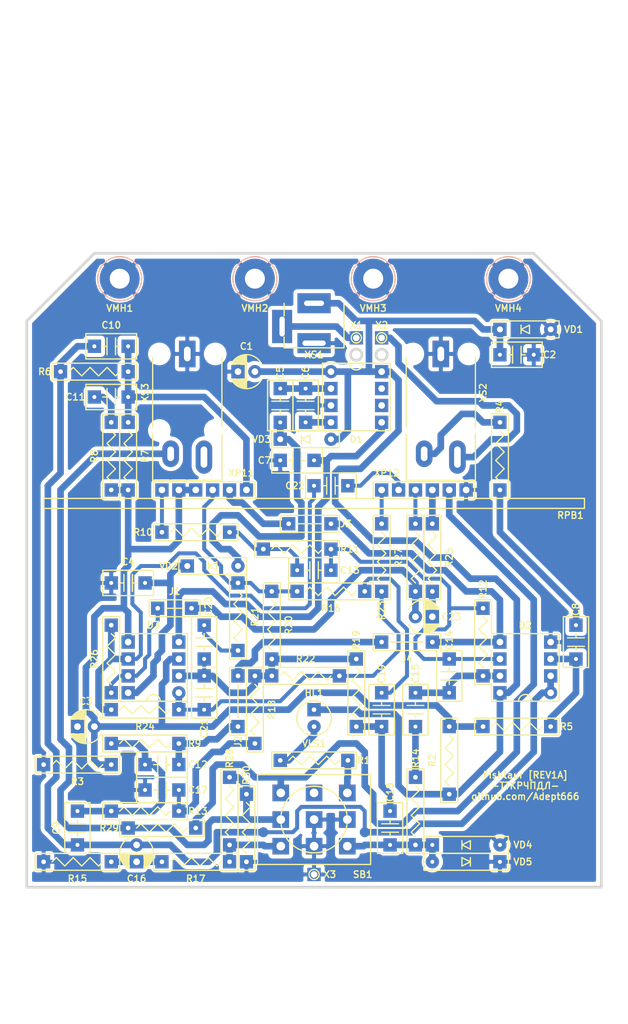
<source format=kicad_pcb>
(kicad_pcb (version 20171130) (host pcbnew 5.1.12-84ad8e8a86~92~ubuntu20.04.1)
  (title_block (title ТКП-1.21.A-1) (date 2023-07-15) (rev 1A) (company "Fishtaur [REV1A]") (comment 1 http://github.com/Adept666) (comment 2 "Igor Ivanov (Игорь Иванов)") (comment 3 -ТТКРЧПДЛ-) (comment 4 "This project is licensed under GNU General Public License v3.0 or later"))
  (layers (0 F.Cu jumper) (31 B.Cu signal) (37 F.SilkS user) (38 B.Mask user) (44 Edge.Cuts user))
  (net 0 "")
  (net 1 COM)
  (net 2 "Net-(HL1-PadC)")
  (net 3 /LED)
  (net 4 /PP3-POS)
  (net 5 /PP3-NEG)
  (net 6 /BYPASS)
  (net 7 "Net-(SB1-PadNO2)")
  (net 8 /OUT)
  (net 9 /IN)
  (net 10 /J2)
  (net 11 /J1)
  (net 12 VREF)
  (net 13 VA)
  (net 14 /LED-CIR)
  (net 15 VC)
  (net 16 VB)
  (net 17 /EFFECT)
  (net 18 "Net-(XS3-PadR/TN)")
  (net 19 "Net-(D1-Pad6)")
  (net 20 "Net-(D1-Pad7)")
  (net 21 "Net-(R10-Pad2)")
  (net 22 "Net-(R16-Pad1)")
  (net 23 "Net-(R23-Pad2)")
  (net 24 "Net-(C5-Pad1)")
  (net 25 "Net-(C5-Pad2)")
  (net 26 "Net-(C6-Pad2)")
  (net 27 "Net-(C8-Pad1)")
  (net 28 "Net-(C8-Pad2)")
  (net 29 "Net-(C10-Pad1)")
  (net 30 "Net-(C12-Pad1)")
  (net 31 "Net-(C10-Pad2)")
  (net 32 "Net-(C11-Pad2)")
  (net 33 "Net-(C13-Pad1)")
  (net 34 "Net-(C13-Pad2)")
  (net 35 "Net-(C14-Pad2)")
  (net 36 "Net-(C15-Pad2)")
  (net 37 "Net-(C16-Pad-)")
  (net 38 "Net-(C17-Pad1)")
  (net 39 "Net-(C18-Pad2)")
  (net 40 "Net-(C19-Pad2)")
  (net 41 "Net-(C20-Pad1)")
  (net 42 "Net-(C20-Pad2)")
  (net 43 "Net-(C21-Pad2)")
  (net 44 "Net-(C22-Pad1)")
  (net 45 "Net-(C22-Pad2)")
  (net 46 "Net-(C23-Pad-)")
  (net 47 "Net-(R25-Pad2)")
  (net 48 "Net-(R27-Pad1)")
  (module KCL-TH-SL:VMH-STA-DA5-PNL-3.0 (layer F.Cu) (at 134.62 96.52)
    (fp_text reference VMH4 (at 0 4.445) (layer F.SilkS) (effects (font (thickness 0.2))))
    (fp_text value DI5M3x18)
    (pad 0 thru_hole circle (at 0 0) (size 6 6) (drill 3) (layers B.Cu B.Mask) (net 1 COM))
  )
  (module KCL-TH-SL:VMH-STA-DA5-PNL-3.0 (layer F.Cu) (at 114.3 96.52)
    (fp_text reference VMH3 (at 0 4.445) (layer F.SilkS) (effects (font (thickness 0.2))))
    (fp_text value DI5M3x18)
    (pad 0 thru_hole circle (at 0 0) (size 6 6) (drill 3) (layers B.Cu B.Mask) (net 1 COM))
  )
  (module KCL-TH-SL:VMH-STA-DA5-PNL-3.0 (layer F.Cu) (at 96.52 96.52)
    (fp_text reference VMH2 (at 0 4.445) (layer F.SilkS) (effects (font (thickness 0.2))))
    (fp_text value DI5M3x18)
    (pad 0 thru_hole circle (at 0 0) (size 6 6) (drill 3) (layers B.Cu B.Mask) (net 1 COM))
  )
  (module KCL-TH-SL:VMH-STA-DA5-PNL-3.0 (layer F.Cu) (at 76.2 96.52)
    (fp_text reference VMH1 (at 0 4.445) (layer F.SilkS) (effects (font (thickness 0.2))))
    (fp_text value DI5M3x18)
    (pad 0 thru_hole circle (at 0 0) (size 6 6) (drill 3) (layers B.Cu B.Mask) (net 1 COM))
  )
  (module KCL-VIRTUAL:B-PP3-HV (layer F.Cu) (at 105.41 196.85)
    (fp_text reference GB1 hide)
    (fp_text value PP3 hide)
  )
  (module SBKCL-TH-SL:RPB-1590BB-18-3x17-DUAL-SINGLE-SINGLE-1.5-PNL-7.4-2.8 (layer F.Cu) (at 105.41 117.04)
    (fp_text reference RPB1 (at 40.64 15.04) (layer F.SilkS) (effects (font (thickness 0.2)) (justify right)))
    (fp_text value B100K-B10K-B10K)
    (fp_text user XP12 (at 8.89 8.69) (layer F.SilkS) (effects (font (thickness 0.2)) (justify left)))
    (fp_text user XP11 (at -8.89 8.69) (layer F.SilkS) (effects (font (thickness 0.2)) (justify right)))
    (pad 13 thru_hole rect (at -22.86 11.23) (size 2 2) (drill 1) (layers B.Cu B.Mask) (net 21 "Net-(R10-Pad2)"))
    (pad 31 thru_hole rect (at 22.86 11.23) (size 2 2) (drill 1) (layers B.Cu B.Mask) (net 1 COM))
    (pad 23 thru_hole rect (at 10.16 11.23) (size 2 2) (drill 1) (layers B.Cu B.Mask) (net 23 "Net-(R23-Pad2)"))
    (pad 22 thru_hole rect (at 12.7 11.23) (size 2 2) (drill 1) (layers B.Cu B.Mask) (net 44 "Net-(C22-Pad1)"))
    (pad 21 thru_hole rect (at 15.24 11.23) (size 2 2) (drill 1) (layers B.Cu B.Mask) (net 48 "Net-(R27-Pad1)"))
    (pad 33 thru_hole rect (at 17.78 11.23) (size 2 2) (drill 1) (layers B.Cu B.Mask) (net 47 "Net-(R25-Pad2)"))
    (pad 32 thru_hole rect (at 20.32 11.23) (size 2 2) (drill 1) (layers B.Cu B.Mask) (net 17 /EFFECT))
    (pad 14 thru_hole rect (at -10.16 11.23) (size 2 2) (drill 1) (layers B.Cu B.Mask) (net 31 "Net-(C10-Pad2)"))
    (pad 12 thru_hole rect (at -17.78 11.23) (size 2 2) (drill 1) (layers B.Cu B.Mask) (net 12 VREF))
    (pad 15 thru_hole rect (at -15.24 11.23) (size 2 2) (drill 1) (layers B.Cu B.Mask) (net 22 "Net-(R16-Pad1)"))
    (pad 16 thru_hole rect (at -20.32 11.23) (size 2 2) (drill 1) (layers B.Cu B.Mask) (net 12 VREF))
    (pad 11 thru_hole rect (at -12.7 11.23) (size 2 2) (drill 1) (layers B.Cu B.Mask) (net 10 /J2))
  )
  (module KCL-TH-SL:LED-ROUND-05.0-UNI-SH-SPACER-PNL-5.3 (layer F.Cu) (at 105.41 162.56 90)
    (fp_text reference HL1 (at 3.81 0 180) (layer F.SilkS) (effects (font (thickness 0.2))))
    (fp_text value FYL-5013UWC)
    (pad C thru_hole circle (at -1.27 0 90) (size 2 2) (drill 0.7) (layers B.Cu B.Mask) (net 2 "Net-(HL1-PadC)"))
    (pad A thru_hole rect (at 1.27 0 90) (size 2 2) (drill 0.7) (layers B.Cu B.Mask) (net 13 VA))
  )
  (module KCL-TH-SL:SW-PBS-24-302SP-2.5-PNL-13.0 (layer F.Cu) (at 105.41 177.8)
    (fp_text reference SB1 (at 8.89 8.255) (layer F.SilkS) (effects (font (thickness 0.2)) (justify right)))
    (fp_text value PBS-24-302SP)
    (pad COM3 thru_hole rect (at 5 0) (size 2.5 2.5) (drill 1.3) (layers B.Cu B.Mask) (net 1 COM))
    (pad NC3 thru_hole rect (at 5 4) (size 2.5 2.5) (drill 1.3) (layers B.Cu B.Mask) (net 14 /LED-CIR))
    (pad NO3 thru_hole rect (at 5 -4) (size 2.5 2.5) (drill 1.3) (layers B.Cu B.Mask) (net 3 /LED))
    (pad COM2 thru_hole rect (at 0 0) (size 2.5 2.5) (drill 1.3) (layers B.Cu B.Mask) (net 1 COM))
    (pad NC2 thru_hole rect (at 0 4) (size 2.5 2.5) (drill 1.3) (layers B.Cu B.Mask) (net 1 COM))
    (pad NO2 thru_hole rect (at 0 -4) (size 2.5 2.5) (drill 1.3) (layers B.Cu B.Mask) (net 7 "Net-(SB1-PadNO2)"))
    (pad NO1 thru_hole rect (at -5 -4) (size 2.5 2.5) (drill 1.3) (layers B.Cu B.Mask) (net 17 /EFFECT))
    (pad COM1 thru_hole rect (at -5 0) (size 2.5 2.5) (drill 1.3) (layers B.Cu B.Mask) (net 8 /OUT))
    (pad NC1 thru_hole rect (at -5 4) (size 2.5 2.5) (drill 1.3) (layers B.Cu B.Mask) (net 6 /BYPASS))
  )
  (module SBEL:1590BB_B1 (layer F.Cu) (at 105.41 148.59)
    (fp_text reference VE1 hide)
    (fp_text value 1590BB hide)
  )
  (module SBKCL-TH-SL:CON-ST-008X-04-OR-ST-008X-05 (layer F.Cu) (at 86.36 100.33 180)
    (fp_text reference XS3 (at 6.35 -13.335 90) (layer F.SilkS) (effects (font (thickness 0.2))))
    (fp_text value ST-008S-05)
    (pad "" np_thru_hole circle (at 4.2 -7.5 180) (size 2.2 2.2) (drill 2.2) (layers *.Cu *.Mask))
    (pad "" np_thru_hole circle (at -4.2 -7.5 180) (size 2.2 2.2) (drill 2.2) (layers *.Cu *.Mask))
    (pad "" np_thru_hole circle (at 4.2 -19 180) (size 2.2 2.2) (drill 2.2) (layers *.Cu *.Mask))
    (pad R/TN thru_hole oval (at -2.5 -23 180) (size 2.5 5) (drill oval 1 3.2) (layers B.Cu B.Mask) (net 18 "Net-(XS3-PadR/TN)"))
    (pad T thru_hole oval (at 2.5 -22.5 180) (size 2.5 4) (drill oval 1 2.2) (layers B.Cu B.Mask) (net 8 /OUT))
    (pad S thru_hole rect (at 0 -7.5 180) (size 2.5 4) (drill oval 1 2.2) (layers B.Cu B.Mask) (net 1 COM))
    (pad "" np_thru_hole circle (at -4.2 -19 180) (size 2.2 2.2) (drill 2.2) (layers *.Cu *.Mask))
  )
  (module SBKCL-TH-SL:CON-ST-008X-04-OR-ST-008X-05 (layer F.Cu) (at 124.46 100.33 180)
    (fp_text reference XS2 (at -6.35 -13.335 90) (layer F.SilkS) (effects (font (thickness 0.2))))
    (fp_text value ST-008S-04)
    (pad "" np_thru_hole circle (at 4.2 -7.5 180) (size 2.2 2.2) (drill 2.2) (layers *.Cu *.Mask))
    (pad "" np_thru_hole circle (at -4.2 -7.5 180) (size 2.2 2.2) (drill 2.2) (layers *.Cu *.Mask))
    (pad "" np_thru_hole circle (at 4.2 -19 180) (size 2.2 2.2) (drill 2.2) (layers *.Cu *.Mask))
    (pad R/TN thru_hole oval (at -2.5 -23 180) (size 2.5 5) (drill oval 1 3.2) (layers B.Cu B.Mask) (net 5 /PP3-NEG))
    (pad T thru_hole oval (at 2.5 -22.5 180) (size 2.5 4) (drill oval 1 2.2) (layers B.Cu B.Mask) (net 9 /IN))
    (pad S thru_hole rect (at 0 -7.5 180) (size 2.5 4) (drill oval 1 2.2) (layers B.Cu B.Mask) (net 1 COM))
    (pad "" np_thru_hole circle (at -4.2 -19 180) (size 2.2 2.2) (drill 2.2) (layers *.Cu *.Mask))
  )
  (module KCL-TH-SL:CON-PAD-S-1.0-2.0 (layer F.Cu) (at 111.76 105.41)
    (fp_text reference X1 (at 0 -1.905) (layer F.SilkS) (effects (font (thickness 0.2))))
    (fp_text value +)
    (pad 1 thru_hole rect (at 0 0) (size 2 2) (drill 1) (layers B.Cu B.Mask) (net 4 /PP3-POS))
  )
  (module KCL-VIRTUAL:VLS-BR (layer F.Cu) (at 105.41 162.56)
    (fp_text reference VLS1 (at 0 3.81) (layer F.SilkS) (effects (font (thickness 0.2))))
    (fp_text value BR-12.7)
  )
  (module KCL-TH-SL:CON-PAD-S-1.0-2.0 (layer F.Cu) (at 115.57 105.41)
    (fp_text reference X2 (at 0 -1.905) (layer F.SilkS) (effects (font (thickness 0.2))))
    (fp_text value -)
    (pad 1 thru_hole rect (at 0 0) (size 2 2) (drill 1) (layers B.Cu B.Mask) (net 5 /PP3-NEG))
  )
  (module KCL-TH-SL:C-DISK-D04.2-T03.0-P05.08-d0.5 (layer F.Cu) (at 135.89 107.95)
    (fp_text reference C2 (at 3.81 0 180) (layer F.SilkS) (effects (font (thickness 0.2)) (justify left)))
    (fp_text value 104)
    (pad 1 thru_hole rect (at -2.54 0) (size 2 2) (drill 0.6) (layers B.Cu B.Mask) (net 13 VA))
    (pad 2 thru_hole rect (at 2.54 0) (size 2 2) (drill 0.6) (layers B.Cu B.Mask) (net 1 COM))
  )
  (module KCL-TH-SL:CON-PAD-S-1.0-2.0 (layer F.Cu) (at 105.41 186.055)
    (fp_text reference X3 (at 1.27 0) (layer F.SilkS) (effects (font (thickness 0.2)) (justify left)))
    (fp_text value COM)
    (pad 1 thru_hole rect (at 0 0) (size 2 2) (drill 1) (layers B.Cu B.Mask) (net 1 COM))
  )
  (module KCL-TH-SL:CP-RADIAL-D05.0-P02.0-CLS (layer F.Cu) (at 95.25 110.49 180)
    (fp_text reference C1 (at 0 3.81 180) (layer F.SilkS) (effects (font (thickness 0.2))))
    (fp_text value 476)
    (pad + thru_hole circle (at -1.27 0 180) (size 2 2) (drill 1) (layers B.Cu B.Mask) (net 13 VA))
    (pad - thru_hole rect (at 1.27 0 180) (size 2 2) (drill 1) (layers B.Cu B.Mask) (net 1 COM))
  )
  (module KCL-TH-SL:CON-DC-005 (layer F.Cu) (at 105.41 92.71 180)
    (fp_text reference XS1 (at 0 -15.24) (layer F.SilkS) (effects (font (thickness 0.2))))
    (fp_text value DC-005)
    (pad C thru_hole rect (at 0 -13.5 180) (size 5 3) (drill oval 3.5 0.8) (layers B.Cu B.Mask) (net 1 COM))
    (pad SN thru_hole rect (at 4.8 -11 180) (size 3 5) (drill oval 0.8 3) (layers B.Cu B.Mask) (net 4 /PP3-POS))
    (pad S thru_hole rect (at 0 -7.5 180) (size 5 3) (drill oval 3 0.8) (layers B.Cu B.Mask) (net 13 VA))
  )
  (module KCL-TH-SL:R-MFR-25 (layer F.Cu) (at 105.41 168.91 180)
    (fp_text reference R1 (at -6.35 0) (layer F.SilkS) (effects (font (thickness 0.2)) (justify left)))
    (fp_text value 103)
    (pad 1 thru_hole rect (at -5.08 0 180) (size 2 2) (drill 0.7) (layers B.Cu B.Mask) (net 3 /LED))
    (pad 2 thru_hole rect (at 5.08 0 180) (size 2 2) (drill 0.7) (layers B.Cu B.Mask) (net 2 "Net-(HL1-PadC)"))
  )
  (module KCL-TH-SL:R-MFR-25 (layer F.Cu) (at 95.25 179.07 90)
    (fp_text reference R30 (at 6.35 0 90) (layer F.SilkS) (effects (font (thickness 0.2)) (justify left)))
    (fp_text value 104)
    (pad 1 thru_hole rect (at -5.08 0 90) (size 2 2) (drill 0.7) (layers B.Cu B.Mask) (net 1 COM))
    (pad 2 thru_hole rect (at 5.08 0 90) (size 2 2) (drill 0.7) (layers B.Cu B.Mask) (net 8 /OUT))
  )
  (module KCL-TH-SL:P-DIP-08 (layer F.Cu) (at 137.16 154.94 180)
    (fp_text reference D2 (at 0 6.35) (layer F.SilkS) (effects (font (thickness 0.2))))
    (fp_text value 072)
    (pad 1 thru_hole circle (at -3.81 -3.81 180) (size 2 2) (drill 1) (layers B.Cu B.Mask) (net 29 "Net-(C10-Pad1)"))
    (pad 2 thru_hole rect (at -3.81 -1.27 180) (size 2 2) (drill 1) (layers B.Cu B.Mask) (net 29 "Net-(C10-Pad1)"))
    (pad 3 thru_hole rect (at -3.81 1.27 180) (size 2 2) (drill 1) (layers B.Cu B.Mask) (net 28 "Net-(C8-Pad2)"))
    (pad 4 thru_hole rect (at -3.81 3.81 180) (size 2 2) (drill 1) (layers B.Cu B.Mask) (net 1 COM))
    (pad 5 thru_hole rect (at 3.81 3.81 180) (size 2 2) (drill 1) (layers B.Cu B.Mask) (net 10 /J2))
    (pad 6 thru_hole rect (at 3.81 1.27 180) (size 2 2) (drill 1) (layers B.Cu B.Mask) (net 34 "Net-(C13-Pad2)"))
    (pad 7 thru_hole rect (at 3.81 -1.27 180) (size 2 2) (drill 1) (layers B.Cu B.Mask) (net 35 "Net-(C14-Pad2)"))
    (pad 8 thru_hole rect (at 3.81 -3.81 180) (size 2 2) (drill 1) (layers B.Cu B.Mask) (net 13 VA))
  )
  (module KCL-TH-SL:C-DISK-D04.2-T03.0-P05.08-d0.5 (layer F.Cu) (at 144.78 151.13 270)
    (fp_text reference C8 (at -3.81 0 90) (layer F.SilkS) (effects (font (thickness 0.2)) (justify left)))
    (fp_text value 104)
    (pad 1 thru_hole rect (at -2.54 0 270) (size 2 2) (drill 0.6) (layers B.Cu B.Mask) (net 27 "Net-(C8-Pad1)"))
    (pad 2 thru_hole rect (at 2.54 0 270) (size 2 2) (drill 0.6) (layers B.Cu B.Mask) (net 28 "Net-(C8-Pad2)"))
  )
  (module KCL-TH-SL:C-DISK-D04.2-T03.0-P05.08-d0.5 (layer F.Cu) (at 82.55 169.545)
    (fp_text reference C12 (at 3.81 0) (layer F.SilkS) (effects (font (thickness 0.2)) (justify left)))
    (fp_text value 683)
    (pad 1 thru_hole rect (at -2.54 0) (size 2 2) (drill 0.6) (layers B.Cu B.Mask) (net 30 "Net-(C12-Pad1)"))
    (pad 2 thru_hole rect (at 2.54 0) (size 2 2) (drill 0.6) (layers B.Cu B.Mask) (net 10 /J2))
  )
  (module KCL-TH-SL:C-DISK-D04.2-T03.0-P05.08-d0.5 (layer F.Cu) (at 105.41 140.335)
    (fp_text reference C13 (at 3.81 0) (layer F.SilkS) (effects (font (thickness 0.2)) (justify left)))
    (fp_text value 823)
    (pad 1 thru_hole rect (at -2.54 0) (size 2 2) (drill 0.6) (layers B.Cu B.Mask) (net 33 "Net-(C13-Pad1)"))
    (pad 2 thru_hole rect (at 2.54 0) (size 2 2) (drill 0.6) (layers B.Cu B.Mask) (net 34 "Net-(C13-Pad2)"))
  )
  (module KCL-TH-SL:C-DISK-D04.2-T03.0-P05.08-d0.5 (layer F.Cu) (at 125.73 156.21 270)
    (fp_text reference C14 (at -3.81 0 90) (layer F.SilkS) (effects (font (thickness 0.2)) (justify left)))
    (fp_text value 391)
    (pad 1 thru_hole rect (at -2.54 0 270) (size 2 2) (drill 0.6) (layers B.Cu B.Mask) (net 34 "Net-(C13-Pad2)"))
    (pad 2 thru_hole rect (at 2.54 0 270) (size 2 2) (drill 0.6) (layers B.Cu B.Mask) (net 35 "Net-(C14-Pad2)"))
  )
  (module KCL-TH-SL:C-DISK-D04.2-T03.0-P05.08-d0.5 (layer F.Cu) (at 120.65 161.29 270)
    (fp_text reference C15 (at -3.81 0 90) (layer F.SilkS) (effects (font (thickness 0.2)) (justify left)))
    (fp_text value 105)
    (pad 1 thru_hole rect (at -2.54 0 270) (size 2 2) (drill 0.6) (layers B.Cu B.Mask) (net 35 "Net-(C14-Pad2)"))
    (pad 2 thru_hole rect (at 2.54 0 270) (size 2 2) (drill 0.6) (layers B.Cu B.Mask) (net 36 "Net-(C15-Pad2)"))
  )
  (module KCL-TH-SL:C-DISK-D04.2-T03.0-P05.08-d0.5 (layer F.Cu) (at 116.84 179.07 90)
    (fp_text reference C18 (at 3.81 0 90) (layer F.SilkS) (effects (font (thickness 0.2)) (justify left)))
    (fp_text value 105)
    (pad 1 thru_hole rect (at -2.54 0 90) (size 2 2) (drill 0.6) (layers B.Cu B.Mask) (net 14 /LED-CIR))
    (pad 2 thru_hole rect (at 2.54 0 90) (size 2 2) (drill 0.6) (layers B.Cu B.Mask) (net 39 "Net-(C18-Pad2)"))
  )
  (module KCL-TH-SL:C-DISK-D04.2-T03.0-P05.08-d0.5 (layer F.Cu) (at 115.57 161.29 90)
    (fp_text reference C19 (at 3.81 0 90) (layer F.SilkS) (effects (font (thickness 0.2)) (justify left)))
    (fp_text value 222)
    (pad 1 thru_hole rect (at -2.54 0 90) (size 2 2) (drill 0.6) (layers B.Cu B.Mask) (net 39 "Net-(C18-Pad2)"))
    (pad 2 thru_hole rect (at 2.54 0 90) (size 2 2) (drill 0.6) (layers B.Cu B.Mask) (net 40 "Net-(C19-Pad2)"))
  )
  (module KCL-TH-SL:C-DISK-D04.2-T03.0-P05.08-d0.5 (layer F.Cu) (at 88.9 151.13 90)
    (fp_text reference C20 (at 3.81 0.635 90) (layer F.SilkS) (effects (font (thickness 0.2)) (justify left)))
    (fp_text value 223)
    (pad 1 thru_hole rect (at -2.54 0 90) (size 2 2) (drill 0.6) (layers B.Cu B.Mask) (net 41 "Net-(C20-Pad1)"))
    (pad 2 thru_hole rect (at 2.54 0 90) (size 2 2) (drill 0.6) (layers B.Cu B.Mask) (net 42 "Net-(C20-Pad2)"))
  )
  (module KCL-TH-SL:C-DISK-D04.2-T03.0-P05.08-d0.5 (layer F.Cu) (at 88.9 158.75 270)
    (fp_text reference C21 (at 3.81 0 90) (layer F.SilkS) (effects (font (thickness 0.2)) (justify right)))
    (fp_text value 821)
    (pad 1 thru_hole rect (at -2.54 0 270) (size 2 2) (drill 0.6) (layers B.Cu B.Mask) (net 41 "Net-(C20-Pad1)"))
    (pad 2 thru_hole rect (at 2.54 0 270) (size 2 2) (drill 0.6) (layers B.Cu B.Mask) (net 43 "Net-(C21-Pad2)"))
  )
  (module KCL-TH-SL:C-DISK-D04.2-T03.0-P05.08-d0.5 (layer F.Cu) (at 82.55 173.355 180)
    (fp_text reference C17 (at -3.81 0) (layer F.SilkS) (effects (font (thickness 0.2)) (justify left)))
    (fp_text value 105)
    (pad 1 thru_hole rect (at -2.54 0 180) (size 2 2) (drill 0.6) (layers B.Cu B.Mask) (net 38 "Net-(C17-Pad1)"))
    (pad 2 thru_hole rect (at 2.54 0 180) (size 2 2) (drill 0.6) (layers B.Cu B.Mask) (net 1 COM))
  )
  (module KCL-TH-SL:R-MFR-25 (layer F.Cu) (at 133.35 123.19 270)
    (fp_text reference R4 (at -6.35 0 90) (layer F.SilkS) (effects (font (thickness 0.2)) (justify left)))
    (fp_text value 103)
    (pad 1 thru_hole rect (at -5.08 0 270) (size 2 2) (drill 0.7) (layers B.Cu B.Mask) (net 9 /IN))
    (pad 2 thru_hole rect (at 5.08 0 270) (size 2 2) (drill 0.7) (layers B.Cu B.Mask) (net 27 "Net-(C8-Pad1)"))
  )
  (module KCL-TH-SL:R-MFR-25 (layer F.Cu) (at 135.89 163.83)
    (fp_text reference R5 (at 6.35 0) (layer F.SilkS) (effects (font (thickness 0.2)) (justify left)))
    (fp_text value 105)
    (pad 1 thru_hole rect (at -5.08 0) (size 2 2) (drill 0.7) (layers B.Cu B.Mask) (net 12 VREF))
    (pad 2 thru_hole rect (at 5.08 0) (size 2 2) (drill 0.7) (layers B.Cu B.Mask) (net 28 "Net-(C8-Pad2)"))
  )
  (module KCL-TH-SL:R-MFR-25 (layer F.Cu) (at 80.01 176.53)
    (fp_text reference R13 (at 6.35 0) (layer F.SilkS) (effects (font (thickness 0.2)) (justify left)))
    (fp_text value 152)
    (pad 1 thru_hole rect (at -5.08 0) (size 2 2) (drill 0.7) (layers B.Cu B.Mask) (net 30 "Net-(C12-Pad1)"))
    (pad 2 thru_hole rect (at 5.08 0) (size 2 2) (drill 0.7) (layers B.Cu B.Mask) (net 38 "Net-(C17-Pad1)"))
  )
  (module KCL-TH-SL:R-MFR-25 (layer F.Cu) (at 87.63 134.62 180)
    (fp_text reference R10 (at 6.35 0) (layer F.SilkS) (effects (font (thickness 0.2)) (justify right)))
    (fp_text value 202)
    (pad 1 thru_hole rect (at -5.08 0 180) (size 2 2) (drill 0.7) (layers B.Cu B.Mask) (net 33 "Net-(C13-Pad1)"))
    (pad 2 thru_hole rect (at 5.08 0 180) (size 2 2) (drill 0.7) (layers B.Cu B.Mask) (net 21 "Net-(R10-Pad2)"))
  )
  (module KCL-TH-SL:R-MFR-25 (layer F.Cu) (at 102.87 137.16)
    (fp_text reference R11 (at 6.35 0) (layer F.SilkS) (effects (font (thickness 0.2)) (justify left)))
    (fp_text value 153)
    (pad 1 thru_hole rect (at -5.08 0) (size 2 2) (drill 0.7) (layers B.Cu B.Mask) (net 33 "Net-(C13-Pad1)"))
    (pad 2 thru_hole rect (at 5.08 0) (size 2 2) (drill 0.7) (layers B.Cu B.Mask) (net 34 "Net-(C13-Pad2)"))
  )
  (module KCL-TH-SL:R-MFR-25 (layer F.Cu) (at 130.81 151.13 270)
    (fp_text reference R12 (at -6.35 0 90) (layer F.SilkS) (effects (font (thickness 0.2)) (justify left)))
    (fp_text value 434)
    (pad 1 thru_hole rect (at -5.08 0 270) (size 2 2) (drill 0.7) (layers B.Cu B.Mask) (net 34 "Net-(C13-Pad2)"))
    (pad 2 thru_hole rect (at 5.08 0 270) (size 2 2) (drill 0.7) (layers B.Cu B.Mask) (net 35 "Net-(C14-Pad2)"))
  )
  (module KCL-TH-SL:R-MFR-25 (layer F.Cu) (at 120.65 176.53 270)
    (fp_text reference R14 (at -6.35 0 90) (layer F.SilkS) (effects (font (thickness 0.2)) (justify left)))
    (fp_text value 102)
    (pad 1 thru_hole rect (at -5.08 0 270) (size 2 2) (drill 0.7) (layers B.Cu B.Mask) (net 36 "Net-(C15-Pad2)"))
    (pad 2 thru_hole rect (at 5.08 0 270) (size 2 2) (drill 0.7) (layers B.Cu B.Mask) (net 14 /LED-CIR))
  )
  (module KCL-TH-SL:R-MFR-25 (layer F.Cu) (at 107.95 143.51)
    (fp_text reference R16 (at 0 2.54) (layer F.SilkS) (effects (font (thickness 0.2))))
    (fp_text value 223)
    (pad 1 thru_hole rect (at -5.08 0) (size 2 2) (drill 0.7) (layers B.Cu B.Mask) (net 22 "Net-(R16-Pad1)"))
    (pad 2 thru_hole rect (at 5.08 0) (size 2 2) (drill 0.7) (layers B.Cu B.Mask) (net 40 "Net-(C19-Pad2)"))
  )
  (module KCL-TH-SL:R-MFR-25 (layer F.Cu) (at 111.76 158.75 90)
    (fp_text reference R19 (at 6.35 0 90) (layer F.SilkS) (effects (font (thickness 0.2)) (justify left)))
    (fp_text value 473)
    (pad 1 thru_hole rect (at -5.08 0 90) (size 2 2) (drill 0.7) (layers B.Cu B.Mask) (net 39 "Net-(C18-Pad2)"))
    (pad 2 thru_hole rect (at 5.08 0 90) (size 2 2) (drill 0.7) (layers B.Cu B.Mask) (net 41 "Net-(C20-Pad1)"))
  )
  (module KCL-TH-SL:R-MFR-25 (layer F.Cu) (at 99.06 148.59 270)
    (fp_text reference R20 (at 0 -2.54 90) (layer F.SilkS) (effects (font (thickness 0.2))))
    (fp_text value 273)
    (pad 1 thru_hole rect (at -5.08 0 270) (size 2 2) (drill 0.7) (layers B.Cu B.Mask) (net 22 "Net-(R16-Pad1)"))
    (pad 2 thru_hole rect (at 5.08 0 270) (size 2 2) (drill 0.7) (layers B.Cu B.Mask) (net 41 "Net-(C20-Pad1)"))
  )
  (module KCL-TH-SL:R-MFR-25 (layer F.Cu) (at 93.98 147.32 270)
    (fp_text reference R21 (at 0 -2.54 90) (layer F.SilkS) (effects (font (thickness 0.2))))
    (fp_text value 123)
    (pad 1 thru_hole rect (at -5.08 0 270) (size 2 2) (drill 0.7) (layers B.Cu B.Mask) (net 22 "Net-(R16-Pad1)"))
    (pad 2 thru_hole rect (at 5.08 0 270) (size 2 2) (drill 0.7) (layers B.Cu B.Mask) (net 42 "Net-(C20-Pad2)"))
  )
  (module KCL-TH-SL:R-MFR-25 (layer F.Cu) (at 96.52 161.29 90)
    (fp_text reference R18 (at 0 2.54 90) (layer F.SilkS) (effects (font (thickness 0.2))))
    (fp_text value 153)
    (pad 1 thru_hole rect (at -5.08 0 90) (size 2 2) (drill 0.7) (layers B.Cu B.Mask) (net 38 "Net-(C17-Pad1)"))
    (pad 2 thru_hole rect (at 5.08 0 90) (size 2 2) (drill 0.7) (layers B.Cu B.Mask) (net 41 "Net-(C20-Pad1)"))
  )
  (module KCL-TH-SL:R-MFR-25 (layer F.Cu) (at 104.14 156.21)
    (fp_text reference R22 (at 0 -2.54) (layer F.SilkS) (effects (font (thickness 0.2))))
    (fp_text value 394)
    (pad 1 thru_hole rect (at -5.08 0) (size 2 2) (drill 0.7) (layers B.Cu B.Mask) (net 41 "Net-(C20-Pad1)"))
    (pad 2 thru_hole rect (at 5.08 0) (size 2 2) (drill 0.7) (layers B.Cu B.Mask) (net 43 "Net-(C21-Pad2)"))
  )
  (module KCL-TH-SL:P-DO-7 (layer F.Cu) (at 128.27 181.61 180)
    (fp_text reference VD4 (at -6.985 0) (layer F.SilkS) (effects (font (thickness 0.2)) (justify left)))
    (fp_text value 34A)
    (pad A thru_hole circle (at -5.08 0 180) (size 2 2) (drill 0.6) (layers B.Cu B.Mask) (net 1 COM))
    (pad C thru_hole rect (at 5.08 0 180) (size 2 2) (drill 0.6) (layers B.Cu B.Mask) (net 14 /LED-CIR))
  )
  (module KCL-TH-SL:P-DO-7 (layer F.Cu) (at 128.27 184.15)
    (fp_text reference VD5 (at 6.985 0) (layer F.SilkS) (effects (font (thickness 0.2)) (justify left)))
    (fp_text value 34A)
    (pad A thru_hole circle (at -5.08 0) (size 2 2) (drill 0.6) (layers B.Cu B.Mask) (net 14 /LED-CIR))
    (pad C thru_hole rect (at 5.08 0) (size 2 2) (drill 0.6) (layers B.Cu B.Mask) (net 1 COM))
  )
  (module KCL-TH-SL:C-DISK-D04.2-T03.0-P05.08-d0.5 (layer F.Cu) (at 69.85 179.07 90)
    (fp_text reference C9 (at 0 -3.175 90) (layer F.SilkS) (effects (font (thickness 0.2))))
    (fp_text value 104)
    (pad 1 thru_hole rect (at -2.54 0 90) (size 2 2) (drill 0.6) (layers B.Cu B.Mask) (net 29 "Net-(C10-Pad1)"))
    (pad 2 thru_hole rect (at 2.54 0 90) (size 2 2) (drill 0.6) (layers B.Cu B.Mask) (net 30 "Net-(C12-Pad1)"))
  )
  (module KCL-TH-SL:C-DISK-D04.2-T03.0-P05.08-d0.5 (layer F.Cu) (at 74.93 106.68)
    (fp_text reference C10 (at 0 -3.175) (layer F.SilkS) (effects (font (thickness 0.2))))
    (fp_text value 683)
    (pad 1 thru_hole rect (at -2.54 0) (size 2 2) (drill 0.6) (layers B.Cu B.Mask) (net 29 "Net-(C10-Pad1)"))
    (pad 2 thru_hole rect (at 2.54 0) (size 2 2) (drill 0.6) (layers B.Cu B.Mask) (net 31 "Net-(C10-Pad2)"))
  )
  (module KCL-TH-SL:C-DISK-D04.2-T03.0-P05.08-d0.5 (layer F.Cu) (at 74.93 114.3 180)
    (fp_text reference C11 (at 3.81 0) (layer F.SilkS) (effects (font (thickness 0.2)) (justify right)))
    (fp_text value 334)
    (pad 1 thru_hole rect (at -2.54 0 180) (size 2 2) (drill 0.6) (layers B.Cu B.Mask) (net 31 "Net-(C10-Pad2)"))
    (pad 2 thru_hole rect (at 2.54 0 180) (size 2 2) (drill 0.6) (layers B.Cu B.Mask) (net 32 "Net-(C11-Pad2)"))
  )
  (module KCL-TH-SL:CP-RADIAL-D05.0-P02.0-CLS (layer F.Cu) (at 78.74 182.88 270)
    (fp_text reference C16 (at 3.81 0) (layer F.SilkS) (effects (font (thickness 0.2))))
    (fp_text value 475)
    (pad + thru_hole circle (at -1.27 0 270) (size 2 2) (drill 1) (layers B.Cu B.Mask) (net 29 "Net-(C10-Pad1)"))
    (pad - thru_hole rect (at 1.27 0 270) (size 2 2) (drill 1) (layers B.Cu B.Mask) (net 37 "Net-(C16-Pad-)"))
  )
  (module KCL-TH-SL:R-MFR-25 (layer F.Cu) (at 69.85 184.15)
    (fp_text reference R15 (at 0 2.54) (layer F.SilkS) (effects (font (thickness 0.2))))
    (fp_text value 104)
    (pad 1 thru_hole rect (at -5.08 0) (size 2 2) (drill 0.7) (layers B.Cu B.Mask) (net 1 COM))
    (pad 2 thru_hole rect (at 5.08 0) (size 2 2) (drill 0.7) (layers B.Cu B.Mask) (net 37 "Net-(C16-Pad-)"))
  )
  (module KCL-TH-SL:R-MFR-25 (layer F.Cu) (at 87.63 184.15)
    (fp_text reference R17 (at 0 2.54) (layer F.SilkS) (effects (font (thickness 0.2))))
    (fp_text value 561)
    (pad 1 thru_hole rect (at -5.08 0) (size 2 2) (drill 0.7) (layers B.Cu B.Mask) (net 37 "Net-(C16-Pad-)"))
    (pad 2 thru_hole rect (at 5.08 0) (size 2 2) (drill 0.7) (layers B.Cu B.Mask) (net 6 /BYPASS))
  )
  (module KCL-TH-SL:R-MFR-25 (layer F.Cu) (at 72.39 110.49 180)
    (fp_text reference R6 (at 6.35 0) (layer F.SilkS) (effects (font (thickness 0.2)) (justify right)))
    (fp_text value 512)
    (pad 1 thru_hole rect (at -5.08 0 180) (size 2 2) (drill 0.7) (layers B.Cu B.Mask) (net 31 "Net-(C10-Pad2)"))
    (pad 2 thru_hole rect (at 5.08 0 180) (size 2 2) (drill 0.7) (layers B.Cu B.Mask) (net 29 "Net-(C10-Pad1)"))
  )
  (module KCL-TH-SL:R-MFR-25 (layer F.Cu) (at 77.47 123.19 90)
    (fp_text reference R7 (at 0 2.54 90) (layer F.SilkS) (effects (font (thickness 0.2))))
    (fp_text value 152)
    (pad 1 thru_hole rect (at -5.08 0 90) (size 2 2) (drill 0.7) (layers B.Cu B.Mask) (net 12 VREF))
    (pad 2 thru_hole rect (at 5.08 0 90) (size 2 2) (drill 0.7) (layers B.Cu B.Mask) (net 31 "Net-(C10-Pad2)"))
  )
  (module KCL-TH-SL:R-MFR-25 (layer F.Cu) (at 74.93 123.19 90)
    (fp_text reference R8 (at 0 -2.54 90) (layer F.SilkS) (effects (font (thickness 0.2))))
    (fp_text value 102)
    (pad 1 thru_hole rect (at -5.08 0 90) (size 2 2) (drill 0.7) (layers B.Cu B.Mask) (net 12 VREF))
    (pad 2 thru_hole rect (at 5.08 0 90) (size 2 2) (drill 0.7) (layers B.Cu B.Mask) (net 32 "Net-(C11-Pad2)"))
  )
  (module KCL-TH-SL:R-MFR-25 (layer F.Cu) (at 115.57 138.43 90)
    (fp_text reference R23 (at -6.35 0 90) (layer F.SilkS) (effects (font (thickness 0.2)) (justify right)))
    (fp_text value 182)
    (pad 1 thru_hole rect (at -5.08 0 90) (size 2 2) (drill 0.7) (layers B.Cu B.Mask) (net 43 "Net-(C21-Pad2)"))
    (pad 2 thru_hole rect (at 5.08 0 90) (size 2 2) (drill 0.7) (layers B.Cu B.Mask) (net 23 "Net-(R23-Pad2)"))
  )
  (module KCL-TH-SL:R-MFR-25 (layer F.Cu) (at 80.01 161.29 180)
    (fp_text reference R24 (at 0 -2.54) (layer F.SilkS) (effects (font (thickness 0.2))))
    (fp_text value 104)
    (pad 1 thru_hole rect (at -5.08 0 180) (size 2 2) (drill 0.7) (layers B.Cu B.Mask) (net 43 "Net-(C21-Pad2)"))
    (pad 2 thru_hole rect (at 5.08 0 180) (size 2 2) (drill 0.7) (layers B.Cu B.Mask) (net 45 "Net-(C22-Pad2)"))
  )
  (module KCL-TH-SL:C-DISK-D04.2-T03.0-P05.08-d0.5 (layer F.Cu) (at 107.95 127.635 180)
    (fp_text reference C22 (at 3.81 0) (layer F.SilkS) (effects (font (thickness 0.2)) (justify right)))
    (fp_text value 392)
    (pad 1 thru_hole rect (at -2.54 0 180) (size 2 2) (drill 0.6) (layers B.Cu B.Mask) (net 44 "Net-(C22-Pad1)"))
    (pad 2 thru_hole rect (at 2.54 0 180) (size 2 2) (drill 0.6) (layers B.Cu B.Mask) (net 45 "Net-(C22-Pad2)"))
  )
  (module KCL-TH-SL:CP-RADIAL-D05.0-P02.0-CLS (layer F.Cu) (at 121.92 147.32)
    (fp_text reference C23 (at 2.54 0) (layer F.SilkS) (effects (font (thickness 0.2)) (justify left)))
    (fp_text value 475)
    (pad + thru_hole circle (at -1.27 0) (size 2 2) (drill 1) (layers B.Cu B.Mask) (net 11 /J1))
    (pad - thru_hole rect (at 1.27 0) (size 2 2) (drill 1) (layers B.Cu B.Mask) (net 46 "Net-(C23-Pad-)"))
  )
  (module KCL-TH-SL:R-MFR-25 (layer F.Cu) (at 123.19 138.43 90)
    (fp_text reference R25 (at 0 2.54 90) (layer F.SilkS) (effects (font (thickness 0.2))))
    (fp_text value 561)
    (pad 2 thru_hole rect (at 5.08 0 90) (size 2 2) (drill 0.7) (layers B.Cu B.Mask) (net 47 "Net-(R25-Pad2)"))
    (pad 1 thru_hole rect (at -5.08 0 90) (size 2 2) (drill 0.7) (layers B.Cu B.Mask) (net 46 "Net-(C23-Pad-)"))
  )
  (module KCL-TH-SL:R-MFR-25 (layer F.Cu) (at 120.65 138.43 270)
    (fp_text reference R27 (at 0 2.54 270) (layer F.SilkS) (effects (font (thickness 0.2))))
    (fp_text value 472)
    (pad 1 thru_hole rect (at -5.08 0 270) (size 2 2) (drill 0.7) (layers B.Cu B.Mask) (net 48 "Net-(R27-Pad1)"))
    (pad 2 thru_hole rect (at 5.08 0 270) (size 2 2) (drill 0.7) (layers B.Cu B.Mask) (net 11 /J1))
  )
  (module KCL-TH-SL:P-DIP-08 (layer F.Cu) (at 111.76 114.3)
    (fp_text reference D1 (at 0 6.35) (layer F.SilkS) (effects (font (thickness 0.2))))
    (fp_text value 7660S)
    (pad 1 thru_hole circle (at -3.81 -3.81) (size 2 2) (drill 1) (layers B.Cu B.Mask) (net 13 VA))
    (pad 2 thru_hole rect (at -3.81 -1.27) (size 2 2) (drill 1) (layers B.Cu B.Mask) (net 25 "Net-(C5-Pad2)"))
    (pad 3 thru_hole rect (at -3.81 1.27) (size 2 2) (drill 1) (layers B.Cu B.Mask) (net 1 COM))
    (pad 4 thru_hole rect (at -3.81 3.81) (size 2 2) (drill 1) (layers B.Cu B.Mask) (net 26 "Net-(C6-Pad2)"))
    (pad 5 thru_hole rect (at 3.81 3.81) (size 2 2) (drill 1) (layers B.Cu B.Mask) (net 15 VC))
    (pad 6 thru_hole rect (at 3.81 1.27) (size 2 2) (drill 1) (layers B.Cu B.Mask) (net 19 "Net-(D1-Pad6)"))
    (pad 7 thru_hole rect (at 3.81 -1.27) (size 2 2) (drill 1) (layers B.Cu B.Mask) (net 20 "Net-(D1-Pad7)"))
    (pad 8 thru_hole rect (at 3.81 -3.81) (size 2 2) (drill 1) (layers B.Cu B.Mask) (net 13 VA))
  )
  (module KCL-TH-SL:R-MFR-25 (layer F.Cu) (at 92.71 176.53 90)
    (fp_text reference R28 (at 6.35 0 90) (layer F.SilkS) (effects (font (thickness 0.2)) (justify left)))
    (fp_text value 683)
    (pad 1 thru_hole rect (at -5.08 0 90) (size 2 2) (drill 0.7) (layers B.Cu B.Mask) (net 6 /BYPASS))
    (pad 2 thru_hole rect (at 5.08 0 90) (size 2 2) (drill 0.7) (layers B.Cu B.Mask) (net 8 /OUT))
  )
  (module KCL-TH-SL:R-MFR-25 (layer F.Cu) (at 82.55 179.07 180)
    (fp_text reference R29 (at 6.35 0) (layer F.SilkS) (effects (font (thickness 0.2)) (justify right)))
    (fp_text value 683)
    (pad 1 thru_hole rect (at -5.08 0 180) (size 2 2) (drill 0.7) (layers B.Cu B.Mask) (net 17 /EFFECT))
    (pad 2 thru_hole rect (at 5.08 0 180) (size 2 2) (drill 0.7) (layers B.Cu B.Mask) (net 8 /OUT))
  )
  (module KCL-TH-SL:CP-RADIAL-D05.0-P02.0-CLS (layer F.Cu) (at 71.12 163.83 180)
    (fp_text reference C3 (at 0 3.81) (layer F.SilkS) (effects (font (thickness 0.2))))
    (fp_text value 476)
    (pad + thru_hole circle (at -1.27 0 180) (size 2 2) (drill 1) (layers B.Cu B.Mask) (net 12 VREF))
    (pad - thru_hole rect (at 1.27 0 180) (size 2 2) (drill 1) (layers B.Cu B.Mask) (net 1 COM))
  )
  (module KCL-TH-SL:C-DISK-D04.2-T03.0-P05.08-d0.5 (layer F.Cu) (at 102.87 123.825)
    (fp_text reference C7 (at -3.81 0) (layer F.SilkS) (effects (font (thickness 0.2)) (justify right)))
    (fp_text value 105)
    (pad 1 thru_hole rect (at -2.54 0) (size 2 2) (drill 0.6) (layers B.Cu B.Mask) (net 1 COM))
    (pad 2 thru_hole rect (at 2.54 0) (size 2 2) (drill 0.6) (layers B.Cu B.Mask) (net 15 VC))
  )
  (module KCL-TH-SL:C-DISK-D04.2-T03.0-P05.08-d0.5 (layer F.Cu) (at 100.33 115.57 90)
    (fp_text reference C5 (at 3.81 0 90) (layer F.SilkS) (effects (font (thickness 0.2)) (justify left)))
    (fp_text value 105)
    (pad 1 thru_hole rect (at -2.54 0 90) (size 2 2) (drill 0.6) (layers B.Cu B.Mask) (net 24 "Net-(C5-Pad1)"))
    (pad 2 thru_hole rect (at 2.54 0 90) (size 2 2) (drill 0.6) (layers B.Cu B.Mask) (net 25 "Net-(C5-Pad2)"))
  )
  (module KCL-TH-SL:C-DISK-D04.2-T03.0-P05.08-d0.5 (layer F.Cu) (at 77.47 142.24 180)
    (fp_text reference C4 (at 0 3.175) (layer F.SilkS) (effects (font (thickness 0.2))))
    (fp_text value 105)
    (pad 1 thru_hole rect (at -2.54 0 180) (size 2 2) (drill 0.6) (layers B.Cu B.Mask) (net 16 VB))
    (pad 2 thru_hole rect (at 2.54 0 180) (size 2 2) (drill 0.6) (layers B.Cu B.Mask) (net 1 COM))
  )
  (module KCL-TH-SL:C-DISK-D04.2-T03.0-P05.08-d0.5 (layer F.Cu) (at 104.14 115.57 270)
    (fp_text reference C6 (at -3.81 0 90) (layer F.SilkS) (effects (font (thickness 0.2)) (justify left)))
    (fp_text value 105)
    (pad 1 thru_hole rect (at -2.54 0 270) (size 2 2) (drill 0.6) (layers B.Cu B.Mask) (net 25 "Net-(C5-Pad2)"))
    (pad 2 thru_hole rect (at 2.54 0 270) (size 2 2) (drill 0.6) (layers B.Cu B.Mask) (net 26 "Net-(C6-Pad2)"))
  )
  (module KCL-TH-SL:R-MFR-25 (layer F.Cu) (at 125.73 168.91 270)
    (fp_text reference R2 (at 0 2.54 90) (layer F.SilkS) (effects (font (thickness 0.2))))
    (fp_text value 273)
    (pad 1 thru_hole rect (at -5.08 0 270) (size 2 2) (drill 0.7) (layers B.Cu B.Mask) (net 12 VREF))
    (pad 2 thru_hole rect (at 5.08 0 270) (size 2 2) (drill 0.7) (layers B.Cu B.Mask) (net 13 VA))
  )
  (module KCL-TH-SL:R-MFR-25 (layer F.Cu) (at 69.85 169.545)
    (fp_text reference R3 (at 0 2.54) (layer F.SilkS) (effects (font (thickness 0.2))))
    (fp_text value 273)
    (pad 1 thru_hole rect (at -5.08 0) (size 2 2) (drill 0.7) (layers B.Cu B.Mask) (net 1 COM))
    (pad 2 thru_hole rect (at 5.08 0) (size 2 2) (drill 0.7) (layers B.Cu B.Mask) (net 12 VREF))
  )
  (module KCL-TH-SL:P-DO-41 (layer F.Cu) (at 137.16 104.14 180)
    (fp_text reference VD1 (at -5.715 0) (layer F.SilkS) (effects (font (thickness 0.2)) (justify left)))
    (fp_text value 4742A)
    (pad A thru_hole circle (at -3.81 0 180) (size 2 2) (drill 0.9) (layers B.Cu B.Mask) (net 1 COM))
    (pad C thru_hole rect (at 3.81 0 180) (size 2 2) (drill 0.9) (layers B.Cu B.Mask) (net 13 VA))
  )
  (module KCL-TH-SL:P-DO-41 (layer F.Cu) (at 104.14 120.65 180)
    (fp_text reference VD3 (at 5.08 0) (layer F.SilkS) (effects (font (thickness 0.2)) (justify right)))
    (fp_text value 400x)
    (pad A thru_hole circle (at -3.81 0 180) (size 2 2) (drill 0.9) (layers B.Cu B.Mask) (net 13 VA))
    (pad C thru_hole rect (at 3.81 0 180) (size 2 2) (drill 0.9) (layers B.Cu B.Mask) (net 24 "Net-(C5-Pad1)"))
  )
  (module KCL-TH-SL:P-DO-41 (layer F.Cu) (at 90.17 139.7 180)
    (fp_text reference VD2 (at 5.08 0) (layer F.SilkS) (effects (font (thickness 0.2)) (justify right)))
    (fp_text value 400x)
    (pad A thru_hole circle (at -3.81 0 180) (size 2 2) (drill 0.9) (layers B.Cu B.Mask) (net 24 "Net-(C5-Pad1)"))
    (pad C thru_hole rect (at 3.81 0 180) (size 2 2) (drill 0.9) (layers B.Cu B.Mask) (net 16 VB))
  )
  (module KCL-TH-SL:R-MFR-25 (layer F.Cu) (at 80.01 166.37)
    (fp_text reference R9 (at 6.35 0 180) (layer F.SilkS) (effects (font (thickness 0.2)) (justify left)))
    (fp_text value 103)
    (pad 1 thru_hole rect (at -5.08 0) (size 2 2) (drill 0.7) (layers B.Cu B.Mask) (net 30 "Net-(C12-Pad1)"))
    (pad 2 thru_hole rect (at 5.08 0) (size 2 2) (drill 0.7) (layers B.Cu B.Mask) (net 10 /J2))
  )
  (module KCL-TH-SL:J-TH-d0.6-P06.35 (layer F.Cu) (at 104.775 133.35)
    (fp_text reference J3 (at 4.445 0) (layer F.SilkS) (effects (font (thickness 0.2)) (justify left)))
    (fp_text value 0.6)
    (pad J thru_hole rect (at -3.175 0) (size 2 2) (drill 0.7) (layers B.Cu B.Mask) (net 10 /J2))
    (pad J thru_hole rect (at 3.175 0) (size 2 2) (drill 0.7) (layers B.Cu B.Mask) (net 10 /J2))
  )
  (module KCL-TH-SL:R-MFR-25 (layer F.Cu) (at 74.93 153.67 270)
    (fp_text reference R26 (at 0 2.54 90) (layer F.SilkS) (effects (font (thickness 0.2))))
    (fp_text value 104)
    (pad 1 thru_hole rect (at -5.08 0 270) (size 2 2) (drill 0.7) (layers B.Cu B.Mask) (net 45 "Net-(C22-Pad2)"))
    (pad 2 thru_hole rect (at 5.08 0 270) (size 2 2) (drill 0.7) (layers B.Cu B.Mask) (net 11 /J1))
  )
  (module KCL-TH-SL:J-TH-d0.6-P05.08 (layer F.Cu) (at 84.455 146.05)
    (fp_text reference J1 (at 0 -2.54) (layer F.SilkS) (effects (font (thickness 0.2))))
    (fp_text value 0.6)
    (pad J thru_hole rect (at -2.54 0) (size 2 2) (drill 0.7) (layers B.Cu B.Mask) (net 11 /J1))
    (pad J thru_hole rect (at 2.54 0) (size 2 2) (drill 0.7) (layers B.Cu B.Mask) (net 11 /J1))
  )
  (module KCL-TH-SL:J-TH-d0.6-P07.62 (layer F.Cu) (at 93.98 160.02 90)
    (fp_text reference J2 (at -5.08 0 270) (layer F.SilkS) (effects (font (thickness 0.2)) (justify right)))
    (fp_text value 0.6)
    (pad J thru_hole rect (at -3.81 0 90) (size 2 2) (drill 0.7) (layers B.Cu B.Mask) (net 10 /J2))
    (pad J thru_hole rect (at 3.81 0 90) (size 2 2) (drill 0.7) (layers B.Cu B.Mask) (net 10 /J2))
  )
  (module KCL-TH-SL:J-TH-d0.6-P07.62 (layer F.Cu) (at 119.38 151.13)
    (fp_text reference J4 (at 0 2.54) (layer F.SilkS) (effects (font (thickness 0.2))))
    (fp_text value 0.6)
    (pad J thru_hole rect (at -3.81 0) (size 2 2) (drill 0.7) (layers B.Cu B.Mask) (net 10 /J2))
    (pad J thru_hole rect (at 3.81 0) (size 2 2) (drill 0.7) (layers B.Cu B.Mask) (net 10 /J2))
  )
  (module KCL-TH-SL:P-DIP-08 (layer F.Cu) (at 81.28 154.94 180)
    (fp_text reference D3 (at 0 6.35) (layer F.SilkS) (effects (font (thickness 0.2))))
    (fp_text value 072)
    (pad 1 thru_hole circle (at -3.81 -3.81 180) (size 2 2) (drill 1) (layers B.Cu B.Mask) (net 43 "Net-(C21-Pad2)"))
    (pad 2 thru_hole rect (at -3.81 -1.27 180) (size 2 2) (drill 1) (layers B.Cu B.Mask) (net 41 "Net-(C20-Pad1)"))
    (pad 3 thru_hole rect (at -3.81 1.27 180) (size 2 2) (drill 1) (layers B.Cu B.Mask) (net 12 VREF))
    (pad 4 thru_hole rect (at -3.81 3.81 180) (size 2 2) (drill 1) (layers B.Cu B.Mask) (net 15 VC))
    (pad 5 thru_hole rect (at 3.81 3.81 180) (size 2 2) (drill 1) (layers B.Cu B.Mask) (net 12 VREF))
    (pad 6 thru_hole rect (at 3.81 1.27 180) (size 2 2) (drill 1) (layers B.Cu B.Mask) (net 45 "Net-(C22-Pad2)"))
    (pad 7 thru_hole rect (at 3.81 -1.27 180) (size 2 2) (drill 1) (layers B.Cu B.Mask) (net 11 /J1))
    (pad 8 thru_hole rect (at 3.81 -3.81 180) (size 2 2) (drill 1) (layers B.Cu B.Mask) (net 16 VB))
  )
  (gr_line (start 138.43 92.71) (end 148.59 102.87) (layer Edge.Cuts) (width 0.4))
  (gr_line (start 62.23 102.87) (end 72.39 92.71) (layer Edge.Cuts) (width 0.4))
  (gr_line (start 148.59 102.87) (end 148.59 187.96) (layer Edge.Cuts) (width 0.4))
  (gr_line (start 62.23 102.87) (end 62.23 187.96) (layer Edge.Cuts) (width 0.4))
  (gr_circle (center 115.57 107.95) (end 116.42 107.95) (layer Edge.Cuts) (width 0.4))
  (gr_circle (center 111.76 107.95) (end 112.61 107.95) (layer Edge.Cuts) (width 0.4))
  (gr_text "Fishtaur [REV1A]\n-ТТКРЧПДЛ-\ngithub.com/Adept666" (at 137.16 172.72) (layer F.SilkS) (effects (font (size 1 1) (thickness 0.2))))
  (gr_line (start 62.23 187.96) (end 148.59 187.96) (layer Edge.Cuts) (width 0.4))
  (gr_line (start 72.39 92.71) (end 138.43 92.71) (layer Edge.Cuts) (width 0.4))
  (segment (start 100.33 168.91) (end 101.6 168.91) (width 1) (layer B.Cu) (net 2))
  (segment (start 101.6 168.91) (end 105.41 165.1) (width 1) (layer B.Cu) (net 2))
  (segment (start 105.41 165.1) (end 105.41 163.83) (width 1) (layer B.Cu) (net 2))
  (segment (start 110.41 173.8) (end 110.41 171.53) (width 1) (layer B.Cu) (net 3))
  (segment (start 110.41 171.53) (end 110.49 171.45) (width 1) (layer B.Cu) (net 3))
  (segment (start 110.49 171.45) (end 110.49 168.91) (width 1) (layer B.Cu) (net 3))
  (segment (start 108.79 103.71) (end 110.49 105.41) (width 1) (layer B.Cu) (net 4))
  (segment (start 100.61 103.71) (end 108.79 103.71) (width 1) (layer B.Cu) (net 4))
  (segment (start 110.49 105.41) (end 111.76 105.41) (width 1) (layer B.Cu) (net 4))
  (segment (start 134.62 115.57) (end 135.89 116.84) (width 1) (layer B.Cu) (net 5))
  (segment (start 130.81 115.57) (end 134.62 115.57) (width 1) (layer B.Cu) (net 5))
  (segment (start 130.175 114.935) (end 130.81 115.57) (width 1) (layer B.Cu) (net 5))
  (segment (start 123.825 114.935) (end 130.175 114.935) (width 1) (layer B.Cu) (net 5))
  (segment (start 118.11 109.22) (end 123.825 114.935) (width 1) (layer B.Cu) (net 5))
  (segment (start 118.11 106.68) (end 118.11 109.22) (width 1) (layer B.Cu) (net 5))
  (segment (start 116.84 105.41) (end 118.11 106.68) (width 1) (layer B.Cu) (net 5))
  (segment (start 115.57 105.41) (end 116.84 105.41) (width 1) (layer B.Cu) (net 5))
  (segment (start 126.96 123.33) (end 129.4 123.33) (width 1) (layer B.Cu) (net 5))
  (segment (start 129.4 123.33) (end 132.08 120.65) (width 1) (layer B.Cu) (net 5))
  (segment (start 132.08 120.65) (end 134.62 120.65) (width 1) (layer B.Cu) (net 5))
  (segment (start 134.62 120.65) (end 135.89 119.38) (width 1) (layer B.Cu) (net 5))
  (segment (start 135.89 119.38) (end 135.89 116.84) (width 1) (layer B.Cu) (net 5))
  (segment (start 92.71 181.61) (end 92.71 184.15) (width 1) (layer B.Cu) (net 6))
  (segment (start 100.41 181.8) (end 97.98 181.8) (width 1) (layer B.Cu) (net 6))
  (segment (start 97.98 181.8) (end 97.79 181.61) (width 1) (layer B.Cu) (net 6))
  (segment (start 97.79 181.61) (end 92.71 181.61) (width 1) (layer B.Cu) (net 6))
  (segment (start 95.25 173.99) (end 95.25 177.8) (width 1) (layer B.Cu) (net 8))
  (segment (start 100.41 177.8) (end 95.25 177.8) (width 1) (layer B.Cu) (net 8))
  (segment (start 92.71 171.45) (end 93.98 171.45) (width 1) (layer B.Cu) (net 8))
  (segment (start 93.98 171.45) (end 95.25 172.72) (width 1) (layer B.Cu) (net 8))
  (segment (start 95.25 172.72) (end 95.25 173.99) (width 1) (layer B.Cu) (net 8))
  (segment (start 72.75 122.83) (end 83.86 122.83) (width 1) (layer B.Cu) (net 8))
  (segment (start 67.31 128.27) (end 72.75 122.83) (width 1) (layer B.Cu) (net 8))
  (segment (start 68.58 167.005) (end 67.31 165.735) (width 1) (layer B.Cu) (net 8))
  (segment (start 68.58 172.085) (end 68.58 167.005) (width 1) (layer B.Cu) (net 8))
  (segment (start 67.31 173.355) (end 68.58 172.085) (width 1) (layer B.Cu) (net 8))
  (segment (start 67.31 165.735) (end 67.31 128.27) (width 1) (layer B.Cu) (net 8))
  (segment (start 67.31 177.8) (end 67.31 173.355) (width 1) (layer B.Cu) (net 8))
  (segment (start 68.58 179.07) (end 67.31 177.8) (width 1) (layer B.Cu) (net 8))
  (segment (start 77.47 179.07) (end 68.58 179.07) (width 1) (layer B.Cu) (net 8))
  (segment (start 83.82 179.07) (end 77.47 179.07) (width 1) (layer B.Cu) (net 8))
  (segment (start 86.36 181.61) (end 83.82 179.07) (width 1) (layer B.Cu) (net 8))
  (segment (start 89.535 180.975) (end 88.9 181.61) (width 1) (layer B.Cu) (net 8))
  (segment (start 88.9 181.61) (end 86.36 181.61) (width 1) (layer B.Cu) (net 8))
  (segment (start 89.535 178.435) (end 89.535 180.975) (width 1) (layer B.Cu) (net 8))
  (segment (start 90.17 177.8) (end 89.535 178.435) (width 1) (layer B.Cu) (net 8))
  (segment (start 95.25 177.8) (end 90.17 177.8) (width 1) (layer B.Cu) (net 8))
  (segment (start 130.81 118.11) (end 133.35 118.11) (width 1) (layer B.Cu) (net 9))
  (segment (start 127.635 116.84) (end 129.54 116.84) (width 1) (layer B.Cu) (net 9))
  (segment (start 124.46 120.015) (end 127.635 116.84) (width 1) (layer B.Cu) (net 9))
  (segment (start 129.54 116.84) (end 130.81 118.11) (width 1) (layer B.Cu) (net 9))
  (segment (start 124.46 121.92) (end 124.46 120.015) (width 1) (layer B.Cu) (net 9))
  (segment (start 123.55 122.83) (end 124.46 121.92) (width 1) (layer B.Cu) (net 9))
  (segment (start 121.96 122.83) (end 123.55 122.83) (width 1) (layer B.Cu) (net 9))
  (segment (start 85.09 169.545) (end 85.09 166.37) (width 1) (layer B.Cu) (net 10))
  (segment (start 128.27 143.51) (end 132.08 143.51) (width 1) (layer B.Cu) (net 10))
  (segment (start 133.35 144.78) (end 133.35 151.13) (width 1) (layer B.Cu) (net 10))
  (segment (start 113.665 137.795) (end 120.015 137.795) (width 1) (layer B.Cu) (net 10))
  (segment (start 125.095 140.335) (end 128.27 143.51) (width 1) (layer B.Cu) (net 10))
  (segment (start 132.08 143.51) (end 133.35 144.78) (width 1) (layer B.Cu) (net 10))
  (segment (start 109.22 133.35) (end 113.665 137.795) (width 1) (layer B.Cu) (net 10))
  (segment (start 122.555 140.335) (end 125.095 140.335) (width 1) (layer B.Cu) (net 10))
  (segment (start 120.015 137.795) (end 122.555 140.335) (width 1) (layer B.Cu) (net 10))
  (segment (start 107.95 133.35) (end 109.22 133.35) (width 1) (layer B.Cu) (net 10))
  (segment (start 123.19 151.13) (end 133.35 151.13) (width 1) (layer B.Cu) (net 10))
  (segment (start 92.71 163.83) (end 93.98 163.83) (width 1) (layer B.Cu) (net 10))
  (segment (start 89.535 165.735) (end 90.805 165.735) (width 1) (layer B.Cu) (net 10))
  (segment (start 90.805 165.735) (end 92.71 163.83) (width 1) (layer B.Cu) (net 10))
  (segment (start 85.09 166.37) (end 88.9 166.37) (width 1) (layer B.Cu) (net 10))
  (segment (start 88.9 166.37) (end 89.535 165.735) (width 1) (layer B.Cu) (net 10))
  (segment (start 94.615 130.175) (end 97.79 133.35) (width 1) (layer B.Cu) (net 10))
  (segment (start 93.345 130.175) (end 94.615 130.175) (width 1) (layer B.Cu) (net 10))
  (segment (start 92.71 128.27) (end 92.71 129.54) (width 1) (layer B.Cu) (net 10))
  (segment (start 97.79 133.35) (end 101.6 133.35) (width 1) (layer B.Cu) (net 10))
  (segment (start 92.71 129.54) (end 93.345 130.175) (width 1) (layer B.Cu) (net 10))
  (segment (start 97.79 151.13) (end 115.57 151.13) (width 1) (layer B.Cu) (net 10))
  (segment (start 97.79 151.13) (end 96.52 152.4) (width 1) (layer B.Cu) (net 10))
  (segment (start 96.52 152.4) (end 96.52 153.67) (width 1) (layer B.Cu) (net 10))
  (segment (start 96.52 153.67) (end 95.885 154.305) (width 1) (layer B.Cu) (net 10))
  (segment (start 94.615 154.305) (end 95.885 154.305) (width 1) (layer B.Cu) (net 10))
  (segment (start 93.98 156.21) (end 93.98 154.94) (width 1) (layer B.Cu) (net 10))
  (segment (start 93.98 154.94) (end 94.615 154.305) (width 1) (layer B.Cu) (net 10))
  (segment (start 120.65 143.51) (end 120.65 147.32) (width 1) (layer B.Cu) (net 11))
  (segment (start 74.93 157.48) (end 76.2 156.21) (width 0.6) (layer B.Cu) (net 11))
  (segment (start 76.2 156.21) (end 77.47 156.21) (width 0.6) (layer B.Cu) (net 11))
  (segment (start 74.93 157.48) (end 74.93 158.75) (width 0.6) (layer B.Cu) (net 11))
  (segment (start 81.915 147.955) (end 80.645 149.225) (width 0.6) (layer B.Cu) (net 11))
  (segment (start 78.74 156.21) (end 77.47 156.21) (width 0.6) (layer B.Cu) (net 11))
  (segment (start 81.915 146.05) (end 81.915 147.955) (width 0.6) (layer B.Cu) (net 11))
  (segment (start 80.645 149.225) (end 80.645 153.035) (width 0.6) (layer B.Cu) (net 11))
  (segment (start 80.01 154.94) (end 78.74 156.21) (width 0.6) (layer B.Cu) (net 11))
  (segment (start 80.645 153.035) (end 80.01 153.67) (width 0.6) (layer B.Cu) (net 11))
  (segment (start 80.01 153.67) (end 80.01 154.94) (width 0.6) (layer B.Cu) (net 11))
  (segment (start 120.65 142.24) (end 120.65 143.51) (width 1) (layer B.Cu) (net 11))
  (segment (start 118.745 140.335) (end 120.65 142.24) (width 1) (layer B.Cu) (net 11))
  (segment (start 107.95 144.78) (end 112.395 140.335) (width 1) (layer B.Cu) (net 11))
  (segment (start 105.41 149.225) (end 107.95 146.685) (width 1) (layer B.Cu) (net 11))
  (segment (start 96.52 149.225) (end 105.41 149.225) (width 1) (layer B.Cu) (net 11))
  (segment (start 94.615 147.32) (end 96.52 149.225) (width 1) (layer B.Cu) (net 11))
  (segment (start 91.44 147.32) (end 94.615 147.32) (width 1) (layer B.Cu) (net 11))
  (segment (start 112.395 140.335) (end 118.745 140.335) (width 1) (layer B.Cu) (net 11))
  (segment (start 107.95 146.685) (end 107.95 144.78) (width 1) (layer B.Cu) (net 11))
  (segment (start 90.17 146.05) (end 91.44 147.32) (width 1) (layer B.Cu) (net 11))
  (segment (start 86.995 146.05) (end 90.17 146.05) (width 1) (layer B.Cu) (net 11))
  (segment (start 85.09 128.27) (end 87.63 128.27) (width 1) (layer B.Cu) (net 12))
  (segment (start 74.93 128.27) (end 77.47 128.27) (width 1) (layer B.Cu) (net 12))
  (segment (start 77.47 137.16) (end 77.47 128.27) (width 1) (layer B.Cu) (net 12))
  (segment (start 82.55 157.48) (end 82.55 163.83) (width 1) (layer B.Cu) (net 12))
  (segment (start 83.185 156.845) (end 82.55 157.48) (width 1) (layer B.Cu) (net 12))
  (segment (start 83.185 154.305) (end 83.185 156.845) (width 1) (layer B.Cu) (net 12))
  (segment (start 85.09 153.67) (end 83.82 153.67) (width 1) (layer B.Cu) (net 12))
  (segment (start 83.82 153.67) (end 83.185 154.305) (width 1) (layer B.Cu) (net 12))
  (segment (start 82.55 163.83) (end 72.39 163.83) (width 1) (layer B.Cu) (net 12))
  (segment (start 72.39 163.83) (end 72.39 168.91) (width 1) (layer B.Cu) (net 12))
  (segment (start 72.39 168.91) (end 73.025 169.545) (width 1) (layer B.Cu) (net 12))
  (segment (start 73.025 169.545) (end 74.93 169.545) (width 1) (layer B.Cu) (net 12))
  (segment (start 125.73 163.83) (end 130.81 163.83) (width 1) (layer B.Cu) (net 12))
  (segment (start 125.73 162.56) (end 125.73 163.83) (width 1) (layer B.Cu) (net 12))
  (segment (start 123.825 160.655) (end 125.73 162.56) (width 1) (layer B.Cu) (net 12))
  (segment (start 113.665 160.655) (end 123.825 160.655) (width 1) (layer B.Cu) (net 12))
  (segment (start 90.17 163.83) (end 92.71 161.29) (width 1) (layer B.Cu) (net 12))
  (segment (start 111.76 158.75) (end 113.665 160.655) (width 1) (layer B.Cu) (net 12))
  (segment (start 101.6 161.29) (end 104.14 158.75) (width 1) (layer B.Cu) (net 12))
  (segment (start 82.55 163.83) (end 90.17 163.83) (width 1) (layer B.Cu) (net 12))
  (segment (start 92.71 161.29) (end 101.6 161.29) (width 1) (layer B.Cu) (net 12))
  (segment (start 104.14 158.75) (end 111.76 158.75) (width 1) (layer B.Cu) (net 12))
  (segment (start 77.47 146.685) (end 77.47 151.13) (width 1) (layer B.Cu) (net 12))
  (segment (start 76.835 146.05) (end 77.47 146.685) (width 1) (layer B.Cu) (net 12))
  (segment (start 73.66 146.05) (end 76.835 146.05) (width 1) (layer B.Cu) (net 12))
  (segment (start 72.39 147.32) (end 73.66 146.05) (width 1) (layer B.Cu) (net 12))
  (segment (start 72.39 162.56) (end 71.12 161.29) (width 1) (layer B.Cu) (net 12))
  (segment (start 72.39 163.83) (end 72.39 162.56) (width 1) (layer B.Cu) (net 12))
  (segment (start 71.12 154.94) (end 72.39 153.67) (width 1) (layer B.Cu) (net 12))
  (segment (start 72.39 153.67) (end 72.39 147.32) (width 1) (layer B.Cu) (net 12))
  (segment (start 71.12 161.29) (end 71.12 154.94) (width 1) (layer B.Cu) (net 12))
  (segment (start 85.09 135.89) (end 85.09 128.27) (width 1) (layer B.Cu) (net 12))
  (segment (start 83.82 137.16) (end 85.09 135.89) (width 1) (layer B.Cu) (net 12))
  (segment (start 77.47 137.16) (end 83.82 137.16) (width 1) (layer B.Cu) (net 12))
  (segment (start 77.47 139.7) (end 77.47 137.16) (width 1) (layer B.Cu) (net 12))
  (segment (start 76.835 140.335) (end 77.47 139.7) (width 1) (layer B.Cu) (net 12))
  (segment (start 76.835 146.05) (end 76.835 140.335) (width 1) (layer B.Cu) (net 12))
  (segment (start 127 173.99) (end 133.35 167.64) (width 1) (layer B.Cu) (net 13))
  (segment (start 133.35 167.64) (end 133.35 158.75) (width 1) (layer B.Cu) (net 13))
  (segment (start 119.38 173.99) (end 125.73 173.99) (width 1) (layer B.Cu) (net 13))
  (segment (start 111.76 161.29) (end 112.395 161.925) (width 1) (layer B.Cu) (net 13))
  (segment (start 105.41 161.29) (end 111.76 161.29) (width 1) (layer B.Cu) (net 13))
  (segment (start 118.11 172.72) (end 119.38 173.99) (width 1) (layer B.Cu) (net 13))
  (segment (start 125.73 173.99) (end 127 173.99) (width 1) (layer B.Cu) (net 13))
  (segment (start 117.475 161.925) (end 118.11 162.56) (width 1) (layer B.Cu) (net 13))
  (segment (start 118.11 162.56) (end 118.11 172.72) (width 1) (layer B.Cu) (net 13))
  (segment (start 112.395 161.925) (end 117.475 161.925) (width 1) (layer B.Cu) (net 13))
  (segment (start 113.665 102.87) (end 113.665 110.49) (width 1) (layer B.Cu) (net 13))
  (segment (start 133.35 104.14) (end 133.35 107.95) (width 1) (layer B.Cu) (net 13))
  (segment (start 111.76 102.87) (end 113.665 102.87) (width 1) (layer B.Cu) (net 13))
  (segment (start 109.1 100.21) (end 111.76 102.87) (width 1) (layer B.Cu) (net 13))
  (segment (start 105.41 100.21) (end 109.1 100.21) (width 1) (layer B.Cu) (net 13))
  (segment (start 113.665 110.49) (end 115.57 110.49) (width 1) (layer B.Cu) (net 13))
  (segment (start 116.84 110.49) (end 115.57 110.49) (width 1) (layer B.Cu) (net 13))
  (segment (start 118.11 111.76) (end 116.84 110.49) (width 1) (layer B.Cu) (net 13))
  (segment (start 118.11 119.38) (end 118.11 111.76) (width 1) (layer B.Cu) (net 13))
  (segment (start 112.395 125.095) (end 118.11 119.38) (width 1) (layer B.Cu) (net 13))
  (segment (start 133.35 158.75) (end 134.62 158.75) (width 1) (layer B.Cu) (net 13))
  (segment (start 134.62 158.75) (end 135.89 157.48) (width 1) (layer B.Cu) (net 13))
  (segment (start 135.89 157.48) (end 135.89 144.78) (width 1) (layer B.Cu) (net 13))
  (segment (start 114.3 135.89) (end 108.585 130.175) (width 1) (layer B.Cu) (net 13))
  (segment (start 108.585 130.175) (end 108.585 125.73) (width 1) (layer B.Cu) (net 13))
  (segment (start 135.89 144.78) (end 132.715 141.605) (width 1) (layer B.Cu) (net 13))
  (segment (start 132.715 141.605) (end 128.905 141.605) (width 1) (layer B.Cu) (net 13))
  (segment (start 128.905 141.605) (end 125.73 138.43) (width 1) (layer B.Cu) (net 13))
  (segment (start 125.73 138.43) (end 123.19 138.43) (width 1) (layer B.Cu) (net 13))
  (segment (start 123.19 138.43) (end 120.65 135.89) (width 1) (layer B.Cu) (net 13))
  (segment (start 108.585 125.73) (end 109.22 125.095) (width 1) (layer B.Cu) (net 13))
  (segment (start 120.65 135.89) (end 114.3 135.89) (width 1) (layer B.Cu) (net 13))
  (segment (start 109.22 125.095) (end 112.395 125.095) (width 1) (layer B.Cu) (net 13))
  (segment (start 96.52 110.49) (end 107.95 110.49) (width 1) (layer B.Cu) (net 13))
  (segment (start 110.49 110.49) (end 113.665 110.49) (width 1) (layer B.Cu) (net 13))
  (segment (start 107.95 110.49) (end 110.49 110.49) (width 1) (layer B.Cu) (net 13))
  (segment (start 109.22 120.65) (end 110.49 119.38) (width 1) (layer B.Cu) (net 13))
  (segment (start 107.95 120.65) (end 109.22 120.65) (width 1) (layer B.Cu) (net 13))
  (segment (start 110.49 119.38) (end 110.49 110.49) (width 1) (layer B.Cu) (net 13))
  (segment (start 130.81 104.14) (end 133.35 104.14) (width 1) (layer B.Cu) (net 13))
  (segment (start 129.54 102.87) (end 130.81 104.14) (width 1) (layer B.Cu) (net 13))
  (segment (start 113.665 102.87) (end 129.54 102.87) (width 1) (layer B.Cu) (net 13))
  (segment (start 116.84 181.61) (end 120.65 181.61) (width 1) (layer B.Cu) (net 14))
  (segment (start 113.03 181.61) (end 116.84 181.61) (width 1) (layer B.Cu) (net 14))
  (segment (start 110.41 181.8) (end 112.84 181.8) (width 1) (layer B.Cu) (net 14))
  (segment (start 112.84 181.8) (end 113.03 181.61) (width 1) (layer B.Cu) (net 14))
  (segment (start 120.65 181.61) (end 123.19 181.61) (width 1) (layer B.Cu) (net 14))
  (segment (start 123.19 181.61) (end 123.19 184.15) (width 1) (layer B.Cu) (net 14))
  (segment (start 105.41 123.825) (end 107.315 123.825) (width 1) (layer B.Cu) (net 15))
  (segment (start 115.57 119.38) (end 115.57 118.11) (width 1) (layer B.Cu) (net 15))
  (segment (start 111.76 123.19) (end 115.57 119.38) (width 1) (layer B.Cu) (net 15))
  (segment (start 107.95 123.19) (end 111.76 123.19) (width 1) (layer B.Cu) (net 15))
  (segment (start 107.315 123.825) (end 107.95 123.19) (width 1) (layer B.Cu) (net 15))
  (segment (start 106.045 130.81) (end 107.315 129.54) (width 1) (layer B.Cu) (net 15))
  (segment (start 106.045 146.05) (end 106.045 130.81) (width 1) (layer B.Cu) (net 15))
  (segment (start 97.155 147.32) (end 104.775 147.32) (width 1) (layer B.Cu) (net 15))
  (segment (start 95.25 145.415) (end 97.155 147.32) (width 1) (layer B.Cu) (net 15))
  (segment (start 92.075 145.415) (end 95.25 145.415) (width 1) (layer B.Cu) (net 15))
  (segment (start 107.315 129.54) (end 107.315 123.825) (width 1) (layer B.Cu) (net 15))
  (segment (start 104.775 147.32) (end 106.045 146.05) (width 1) (layer B.Cu) (net 15))
  (segment (start 90.17 143.51) (end 92.075 145.415) (width 1) (layer B.Cu) (net 15))
  (segment (start 85.725 143.51) (end 90.17 143.51) (width 1) (layer B.Cu) (net 15))
  (segment (start 85.09 144.145) (end 85.725 143.51) (width 1) (layer B.Cu) (net 15))
  (segment (start 85.09 151.13) (end 85.09 144.145) (width 1) (layer B.Cu) (net 15))
  (segment (start 78.74 158.75) (end 77.47 158.75) (width 1) (layer B.Cu) (net 16))
  (segment (start 81.28 156.21) (end 78.74 158.75) (width 1) (layer B.Cu) (net 16))
  (segment (start 81.28 154.305) (end 81.28 156.21) (width 1) (layer B.Cu) (net 16))
  (segment (start 81.915 153.67) (end 81.28 154.305) (width 1) (layer B.Cu) (net 16))
  (segment (start 81.915 153.035) (end 81.915 153.67) (width 1) (layer B.Cu) (net 16))
  (segment (start 83.82 148.59) (end 82.55 149.86) (width 1) (layer B.Cu) (net 16))
  (segment (start 82.55 152.4) (end 81.915 153.035) (width 1) (layer B.Cu) (net 16))
  (segment (start 82.55 149.86) (end 82.55 152.4) (width 1) (layer B.Cu) (net 16))
  (segment (start 80.01 142.24) (end 83.82 142.24) (width 1) (layer B.Cu) (net 16))
  (segment (start 83.82 142.24) (end 83.82 148.59) (width 1) (layer B.Cu) (net 16))
  (segment (start 85.09 139.7) (end 86.36 139.7) (width 1) (layer B.Cu) (net 16))
  (segment (start 83.82 140.97) (end 83.82 142.24) (width 1) (layer B.Cu) (net 16))
  (segment (start 83.82 140.97) (end 85.09 139.7) (width 1) (layer B.Cu) (net 16))
  (segment (start 90.17 170.18) (end 90.805 169.545) (width 1) (layer B.Cu) (net 17))
  (segment (start 90.17 175.26) (end 90.17 170.18) (width 1) (layer B.Cu) (net 17))
  (segment (start 94.615 169.545) (end 96.52 171.45) (width 1) (layer B.Cu) (net 17))
  (segment (start 87.63 179.07) (end 87.63 177.8) (width 1) (layer B.Cu) (net 17))
  (segment (start 90.805 169.545) (end 94.615 169.545) (width 1) (layer B.Cu) (net 17))
  (segment (start 87.63 177.8) (end 90.17 175.26) (width 1) (layer B.Cu) (net 17))
  (segment (start 100.41 173.8) (end 100.41 171.45) (width 1) (layer B.Cu) (net 17))
  (segment (start 100.41 171.45) (end 96.52 171.45) (width 1) (layer B.Cu) (net 17))
  (segment (start 120.65 176.53) (end 127 176.53) (width 1) (layer B.Cu) (net 17))
  (segment (start 118.745 178.435) (end 120.65 176.53) (width 1) (layer B.Cu) (net 17))
  (segment (start 114.935 178.435) (end 118.745 178.435) (width 1) (layer B.Cu) (net 17))
  (segment (start 114.3 173.99) (end 114.3 177.8) (width 1) (layer B.Cu) (net 17))
  (segment (start 100.41 171.45) (end 104.14 171.45) (width 1) (layer B.Cu) (net 17))
  (segment (start 113.03 167.64) (end 113.03 172.72) (width 1) (layer B.Cu) (net 17))
  (segment (start 114.3 177.8) (end 114.935 178.435) (width 1) (layer B.Cu) (net 17))
  (segment (start 109.22 166.37) (end 111.76 166.37) (width 1) (layer B.Cu) (net 17))
  (segment (start 113.03 172.72) (end 114.3 173.99) (width 1) (layer B.Cu) (net 17))
  (segment (start 125.73 132.08) (end 125.73 128.27) (width 1) (layer B.Cu) (net 17))
  (segment (start 104.14 171.45) (end 109.22 166.37) (width 1) (layer B.Cu) (net 17))
  (segment (start 111.76 166.37) (end 113.03 167.64) (width 1) (layer B.Cu) (net 17))
  (segment (start 127 176.53) (end 135.89 167.64) (width 1) (layer B.Cu) (net 17))
  (segment (start 135.89 167.64) (end 135.89 160.02) (width 1) (layer B.Cu) (net 17))
  (segment (start 135.89 160.02) (end 138.43 157.48) (width 1) (layer B.Cu) (net 17))
  (segment (start 138.43 157.48) (end 138.43 144.78) (width 1) (layer B.Cu) (net 17))
  (segment (start 138.43 144.78) (end 125.73 132.08) (width 1) (layer B.Cu) (net 17))
  (segment (start 82.55 128.27) (end 82.55 134.62) (width 0.6) (layer B.Cu) (net 21))
  (segment (start 88.9 130.81) (end 88.9 137.16) (width 0.6) (layer B.Cu) (net 22))
  (segment (start 88.9 137.16) (end 91.44 139.7) (width 0.6) (layer B.Cu) (net 22))
  (segment (start 91.44 140.97) (end 92.71 142.24) (width 0.6) (layer B.Cu) (net 22))
  (segment (start 92.71 142.24) (end 93.98 142.24) (width 0.6) (layer B.Cu) (net 22))
  (segment (start 91.44 139.7) (end 91.44 140.97) (width 0.6) (layer B.Cu) (net 22))
  (segment (start 88.9 130.81) (end 90.17 129.54) (width 0.6) (layer B.Cu) (net 22))
  (segment (start 90.17 128.27) (end 90.17 129.54) (width 0.6) (layer B.Cu) (net 22))
  (segment (start 97.155 143.51) (end 99.06 143.51) (width 0.6) (layer B.Cu) (net 22))
  (segment (start 93.98 142.24) (end 95.885 142.24) (width 0.6) (layer B.Cu) (net 22))
  (segment (start 95.885 142.24) (end 97.155 143.51) (width 0.6) (layer B.Cu) (net 22))
  (segment (start 99.06 143.51) (end 102.87 143.51) (width 0.6) (layer B.Cu) (net 22))
  (segment (start 115.57 128.27) (end 115.57 133.35) (width 0.6) (layer B.Cu) (net 23))
  (segment (start 100.33 120.65) (end 100.33 118.11) (width 1) (layer B.Cu) (net 24))
  (segment (start 103.505 130.175) (end 102.87 129.54) (width 1) (layer B.Cu) (net 24))
  (segment (start 103.505 135.255) (end 103.505 130.175) (width 1) (layer B.Cu) (net 24))
  (segment (start 97.155 135.255) (end 103.505 135.255) (width 1) (layer B.Cu) (net 24))
  (segment (start 93.98 132.08) (end 97.155 135.255) (width 1) (layer B.Cu) (net 24))
  (segment (start 91.44 132.08) (end 93.98 132.08) (width 1) (layer B.Cu) (net 24))
  (segment (start 90.17 133.35) (end 91.44 132.08) (width 1) (layer B.Cu) (net 24))
  (segment (start 90.17 135.89) (end 90.17 133.35) (width 1) (layer B.Cu) (net 24))
  (segment (start 92.71 137.16) (end 91.44 137.16) (width 1) (layer B.Cu) (net 24))
  (segment (start 91.44 137.16) (end 90.17 135.89) (width 1) (layer B.Cu) (net 24))
  (segment (start 93.98 138.43) (end 92.71 137.16) (width 1) (layer B.Cu) (net 24))
  (segment (start 93.98 139.7) (end 93.98 138.43) (width 1) (layer B.Cu) (net 24))
  (segment (start 101.6 120.65) (end 102.87 121.92) (width 1) (layer B.Cu) (net 24))
  (segment (start 102.87 129.54) (end 102.87 121.92) (width 1) (layer B.Cu) (net 24))
  (segment (start 100.33 120.65) (end 101.6 120.65) (width 1) (layer B.Cu) (net 24))
  (segment (start 104.14 113.03) (end 107.95 113.03) (width 1) (layer B.Cu) (net 25))
  (segment (start 100.33 113.03) (end 104.14 113.03) (width 1) (layer B.Cu) (net 25))
  (segment (start 104.14 118.11) (end 107.95 118.11) (width 1) (layer B.Cu) (net 26))
  (segment (start 144.78 146.05) (end 144.78 148.59) (width 1) (layer B.Cu) (net 27))
  (segment (start 133.35 134.62) (end 144.78 146.05) (width 1) (layer B.Cu) (net 27))
  (segment (start 133.35 128.27) (end 133.35 134.62) (width 1) (layer B.Cu) (net 27))
  (segment (start 140.97 163.83) (end 140.97 162.56) (width 1) (layer B.Cu) (net 28))
  (segment (start 140.97 162.56) (end 144.78 158.75) (width 1) (layer B.Cu) (net 28))
  (segment (start 144.78 158.75) (end 144.78 153.67) (width 1) (layer B.Cu) (net 28))
  (segment (start 140.97 153.67) (end 144.78 153.67) (width 1) (layer B.Cu) (net 28))
  (segment (start 113.03 179.705) (end 113.03 179.705) (width 1.5) (layer B.Cu) (net 29))
  (segment (start 97.79 179.705) (end 97.79 179.705) (width 1.5) (layer B.Cu) (net 29))
  (segment (start 140.97 156.21) (end 140.97 158.75) (width 1) (layer B.Cu) (net 29))
  (segment (start 69.85 181.61) (end 78.74 181.61) (width 1) (layer B.Cu) (net 29))
  (segment (start 67.31 110.49) (end 67.31 109.22) (width 1) (layer B.Cu) (net 29))
  (segment (start 67.31 109.22) (end 69.85 106.68) (width 1) (layer B.Cu) (net 29))
  (segment (start 69.85 106.68) (end 72.39 106.68) (width 1) (layer B.Cu) (net 29))
  (segment (start 120.015 179.705) (end 121.285 178.435) (width 1) (layer B.Cu) (net 29))
  (segment (start 113.03 179.705) (end 120.015 179.705) (width 1) (layer B.Cu) (net 29))
  (segment (start 121.285 178.435) (end 127.635 178.435) (width 1) (layer B.Cu) (net 29))
  (segment (start 127.635 178.435) (end 138.43 167.64) (width 1) (layer B.Cu) (net 29))
  (segment (start 139.7 158.75) (end 140.97 158.75) (width 1) (layer B.Cu) (net 29))
  (segment (start 138.43 160.02) (end 139.7 158.75) (width 1) (layer B.Cu) (net 29))
  (segment (start 138.43 167.64) (end 138.43 160.02) (width 1) (layer B.Cu) (net 29))
  (segment (start 102.87 176.53) (end 103.505 175.895) (width 0.6) (layer B.Cu) (net 29))
  (segment (start 112.395 175.895) (end 113.03 176.53) (width 0.6) (layer B.Cu) (net 29))
  (segment (start 113.03 176.53) (end 113.03 179.705) (width 0.6) (layer B.Cu) (net 29))
  (segment (start 103.505 175.895) (end 112.395 175.895) (width 0.6) (layer B.Cu) (net 29))
  (segment (start 102.235 179.705) (end 102.87 179.07) (width 0.6) (layer B.Cu) (net 29))
  (segment (start 102.87 179.07) (end 102.87 176.53) (width 0.6) (layer B.Cu) (net 29))
  (segment (start 97.79 179.705) (end 102.235 179.705) (width 0.6) (layer B.Cu) (net 29))
  (segment (start 67.945 181.61) (end 69.85 181.61) (width 1) (layer B.Cu) (net 29))
  (segment (start 65.405 179.07) (end 67.945 181.61) (width 1) (layer B.Cu) (net 29))
  (segment (start 65.405 172.72) (end 65.405 179.07) (width 1) (layer B.Cu) (net 29))
  (segment (start 66.675 171.45) (end 65.405 172.72) (width 1) (layer B.Cu) (net 29))
  (segment (start 66.675 167.64) (end 66.675 171.45) (width 1) (layer B.Cu) (net 29))
  (segment (start 65.405 166.37) (end 66.675 167.64) (width 1) (layer B.Cu) (net 29))
  (segment (start 65.405 127.635) (end 65.405 166.37) (width 1) (layer B.Cu) (net 29))
  (segment (start 67.31 125.73) (end 65.405 127.635) (width 1) (layer B.Cu) (net 29))
  (segment (start 67.31 110.49) (end 67.31 125.73) (width 1) (layer B.Cu) (net 29))
  (segment (start 90.805 179.705) (end 97.79 179.705) (width 1) (layer B.Cu) (net 29))
  (segment (start 90.805 182.88) (end 90.805 179.705) (width 1) (layer B.Cu) (net 29))
  (segment (start 89.535 184.15) (end 90.805 182.88) (width 1) (layer B.Cu) (net 29))
  (segment (start 86.36 184.15) (end 89.535 184.15) (width 1) (layer B.Cu) (net 29))
  (segment (start 83.82 181.61) (end 86.36 184.15) (width 1) (layer B.Cu) (net 29))
  (segment (start 78.74 181.61) (end 83.82 181.61) (width 1) (layer B.Cu) (net 29))
  (segment (start 69.85 176.53) (end 74.93 176.53) (width 1) (layer B.Cu) (net 30))
  (segment (start 81.28 176.53) (end 74.93 176.53) (width 1) (layer B.Cu) (net 30))
  (segment (start 82.55 175.26) (end 81.28 176.53) (width 1) (layer B.Cu) (net 30))
  (segment (start 82.55 170.815) (end 82.55 175.26) (width 1) (layer B.Cu) (net 30))
  (segment (start 80.01 169.545) (end 81.28 169.545) (width 1) (layer B.Cu) (net 30))
  (segment (start 81.28 169.545) (end 82.55 170.815) (width 1) (layer B.Cu) (net 30))
  (segment (start 80.01 169.545) (end 80.01 167.64) (width 1) (layer B.Cu) (net 30))
  (segment (start 80.01 167.64) (end 78.74 166.37) (width 1) (layer B.Cu) (net 30))
  (segment (start 74.93 166.37) (end 78.74 166.37) (width 1) (layer B.Cu) (net 30))
  (segment (start 77.47 110.49) (end 77.47 114.3) (width 1) (layer B.Cu) (net 31))
  (segment (start 77.47 106.68) (end 77.47 110.49) (width 1) (layer B.Cu) (net 31))
  (segment (start 95.25 120.65) (end 95.25 128.27) (width 1) (layer B.Cu) (net 31))
  (segment (start 88.9 114.3) (end 95.25 120.65) (width 1) (layer B.Cu) (net 31))
  (segment (start 77.47 114.3) (end 88.9 114.3) (width 1) (layer B.Cu) (net 31))
  (segment (start 77.47 118.11) (end 77.47 114.3) (width 1) (layer B.Cu) (net 31))
  (segment (start 72.39 114.3) (end 73.66 114.3) (width 1) (layer B.Cu) (net 32))
  (segment (start 73.66 114.3) (end 74.93 115.57) (width 1) (layer B.Cu) (net 32))
  (segment (start 74.93 115.57) (end 74.93 118.11) (width 1) (layer B.Cu) (net 32))
  (segment (start 92.71 134.62) (end 93.98 134.62) (width 0.6) (layer B.Cu) (net 33))
  (segment (start 93.98 134.62) (end 96.52 137.16) (width 0.6) (layer B.Cu) (net 33))
  (segment (start 96.52 137.16) (end 97.79 137.16) (width 0.6) (layer B.Cu) (net 33))
  (segment (start 97.79 137.16) (end 101.6 137.16) (width 0.6) (layer B.Cu) (net 33))
  (segment (start 101.6 137.16) (end 102.87 138.43) (width 0.6) (layer B.Cu) (net 33))
  (segment (start 102.87 140.335) (end 102.87 138.43) (width 0.6) (layer B.Cu) (net 33))
  (segment (start 130.81 146.05) (end 125.73 146.05) (width 0.6) (layer B.Cu) (net 34))
  (segment (start 107.95 137.16) (end 107.95 140.335) (width 0.6) (layer B.Cu) (net 34))
  (segment (start 125.73 142.875) (end 125.73 146.05) (width 0.6) (layer B.Cu) (net 34))
  (segment (start 124.46 141.605) (end 125.73 142.875) (width 0.6) (layer B.Cu) (net 34))
  (segment (start 107.95 137.16) (end 110.49 137.16) (width 0.6) (layer B.Cu) (net 34))
  (segment (start 112.395 139.065) (end 119.38 139.065) (width 0.6) (layer B.Cu) (net 34))
  (segment (start 119.38 139.065) (end 121.92 141.605) (width 0.6) (layer B.Cu) (net 34))
  (segment (start 110.49 137.16) (end 112.395 139.065) (width 0.6) (layer B.Cu) (net 34))
  (segment (start 121.92 141.605) (end 124.46 141.605) (width 0.6) (layer B.Cu) (net 34))
  (segment (start 125.73 153.67) (end 133.35 153.67) (width 0.6) (layer B.Cu) (net 34))
  (segment (start 121.92 153.67) (end 125.73 153.67) (width 0.6) (layer B.Cu) (net 34))
  (segment (start 125.73 148.59) (end 125.095 149.225) (width 0.6) (layer B.Cu) (net 34))
  (segment (start 125.73 146.05) (end 125.73 148.59) (width 0.6) (layer B.Cu) (net 34))
  (segment (start 120.65 152.4) (end 121.92 153.67) (width 0.6) (layer B.Cu) (net 34))
  (segment (start 121.92 149.225) (end 120.65 150.495) (width 0.6) (layer B.Cu) (net 34))
  (segment (start 120.65 150.495) (end 120.65 152.4) (width 0.6) (layer B.Cu) (net 34))
  (segment (start 125.095 149.225) (end 121.92 149.225) (width 0.6) (layer B.Cu) (net 34))
  (segment (start 130.81 156.21) (end 133.35 156.21) (width 1) (layer B.Cu) (net 35))
  (segment (start 125.73 158.75) (end 125.73 157.48) (width 1) (layer B.Cu) (net 35))
  (segment (start 125.73 157.48) (end 127 156.21) (width 1) (layer B.Cu) (net 35))
  (segment (start 127 156.21) (end 130.81 156.21) (width 1) (layer B.Cu) (net 35))
  (segment (start 120.65 158.75) (end 125.73 158.75) (width 1) (layer B.Cu) (net 35))
  (segment (start 120.65 163.83) (end 120.65 171.45) (width 1) (layer B.Cu) (net 36))
  (segment (start 74.93 184.15) (end 78.74 184.15) (width 1) (layer B.Cu) (net 37))
  (segment (start 78.74 184.15) (end 82.55 184.15) (width 1) (layer B.Cu) (net 37))
  (segment (start 85.09 173.355) (end 85.09 176.53) (width 0.6) (layer B.Cu) (net 38))
  (segment (start 87.63 170.18) (end 90.17 167.64) (width 1) (layer B.Cu) (net 38))
  (segment (start 87.63 175.26) (end 87.63 170.18) (width 1) (layer B.Cu) (net 38))
  (segment (start 85.09 176.53) (end 86.36 176.53) (width 1) (layer B.Cu) (net 38))
  (segment (start 86.36 176.53) (end 87.63 175.26) (width 1) (layer B.Cu) (net 38))
  (segment (start 91.44 167.64) (end 92.71 166.37) (width 1) (layer B.Cu) (net 38))
  (segment (start 90.17 167.64) (end 91.44 167.64) (width 1) (layer B.Cu) (net 38))
  (segment (start 92.71 166.37) (end 96.52 166.37) (width 1) (layer B.Cu) (net 38))
  (segment (start 111.76 163.83) (end 115.57 163.83) (width 1) (layer B.Cu) (net 39))
  (segment (start 115.57 163.83) (end 115.57 172.72) (width 1) (layer B.Cu) (net 39))
  (segment (start 116.84 173.99) (end 116.84 176.53) (width 1) (layer B.Cu) (net 39))
  (segment (start 115.57 172.72) (end 116.84 173.99) (width 1) (layer B.Cu) (net 39))
  (segment (start 119.38 156.21) (end 116.84 158.75) (width 0.6) (layer B.Cu) (net 40))
  (segment (start 119.38 149.225) (end 119.38 156.21) (width 0.6) (layer B.Cu) (net 40))
  (segment (start 113.03 142.24) (end 113.665 141.605) (width 0.6) (layer B.Cu) (net 40))
  (segment (start 113.03 143.51) (end 113.03 142.24) (width 0.6) (layer B.Cu) (net 40))
  (segment (start 116.84 158.75) (end 115.57 158.75) (width 0.6) (layer B.Cu) (net 40))
  (segment (start 116.84 141.605) (end 118.11 142.875) (width 0.6) (layer B.Cu) (net 40))
  (segment (start 113.665 141.605) (end 116.84 141.605) (width 0.6) (layer B.Cu) (net 40))
  (segment (start 118.11 147.955) (end 119.38 149.225) (width 0.6) (layer B.Cu) (net 40))
  (segment (start 118.11 142.875) (end 118.11 147.955) (width 0.6) (layer B.Cu) (net 40))
  (segment (start 88.9 153.67) (end 88.9 156.21) (width 0.6) (layer B.Cu) (net 41))
  (segment (start 88.9 156.21) (end 85.09 156.21) (width 1) (layer B.Cu) (net 41))
  (segment (start 96.52 156.21) (end 99.06 156.21) (width 1) (layer B.Cu) (net 41))
  (segment (start 92.71 158.75) (end 90.17 156.21) (width 1) (layer B.Cu) (net 41))
  (segment (start 90.17 156.21) (end 88.9 156.21) (width 1) (layer B.Cu) (net 41))
  (segment (start 95.25 158.75) (end 96.52 157.48) (width 1) (layer B.Cu) (net 41))
  (segment (start 96.52 156.21) (end 96.52 157.48) (width 1) (layer B.Cu) (net 41))
  (segment (start 95.25 158.75) (end 92.71 158.75) (width 1) (layer B.Cu) (net 41))
  (segment (start 99.06 156.21) (end 99.06 153.67) (width 1) (layer B.Cu) (net 41))
  (segment (start 99.06 153.67) (end 111.76 153.67) (width 1) (layer B.Cu) (net 41))
  (segment (start 88.9 148.59) (end 88.9 149.86) (width 0.6) (layer B.Cu) (net 42))
  (segment (start 88.9 149.86) (end 91.44 152.4) (width 0.6) (layer B.Cu) (net 42))
  (segment (start 91.44 152.4) (end 93.98 152.4) (width 0.6) (layer B.Cu) (net 42))
  (segment (start 85.09 158.75) (end 85.09 161.29) (width 1) (layer B.Cu) (net 43))
  (segment (start 85.09 161.29) (end 88.9 161.29) (width 0.6) (layer B.Cu) (net 43))
  (segment (start 118.11 149.86) (end 115.57 147.32) (width 0.6) (layer B.Cu) (net 43))
  (segment (start 118.11 152.4) (end 118.11 149.86) (width 0.6) (layer B.Cu) (net 43))
  (segment (start 109.22 156.21) (end 114.3 156.21) (width 0.6) (layer B.Cu) (net 43))
  (segment (start 115.57 147.32) (end 115.57 143.51) (width 0.6) (layer B.Cu) (net 43))
  (segment (start 114.3 156.21) (end 118.11 152.4) (width 0.6) (layer B.Cu) (net 43))
  (segment (start 104.14 156.21) (end 109.22 156.21) (width 0.6) (layer B.Cu) (net 43))
  (segment (start 91.44 160.02) (end 100.33 160.02) (width 0.6) (layer B.Cu) (net 43))
  (segment (start 88.9 161.29) (end 90.17 161.29) (width 0.6) (layer B.Cu) (net 43))
  (segment (start 100.33 160.02) (end 104.14 156.21) (width 0.6) (layer B.Cu) (net 43))
  (segment (start 90.17 161.29) (end 91.44 160.02) (width 0.6) (layer B.Cu) (net 43))
  (segment (start 114.3 125.73) (end 116.84 125.73) (width 0.6) (layer B.Cu) (net 44))
  (segment (start 116.84 125.73) (end 118.11 127) (width 0.6) (layer B.Cu) (net 44))
  (segment (start 110.49 127.635) (end 112.395 127.635) (width 0.6) (layer B.Cu) (net 44))
  (segment (start 118.11 127) (end 118.11 128.27) (width 0.6) (layer B.Cu) (net 44))
  (segment (start 112.395 127.635) (end 114.3 125.73) (width 0.6) (layer B.Cu) (net 44))
  (segment (start 73.025 155.575) (end 74.93 153.67) (width 1) (layer B.Cu) (net 45))
  (segment (start 73.025 160.655) (end 73.025 155.575) (width 1) (layer B.Cu) (net 45))
  (segment (start 74.93 161.29) (end 73.66 161.29) (width 1) (layer B.Cu) (net 45))
  (segment (start 74.93 153.67) (end 77.47 153.67) (width 1) (layer B.Cu) (net 45))
  (segment (start 73.66 161.29) (end 73.025 160.655) (width 1) (layer B.Cu) (net 45))
  (segment (start 74.93 148.59) (end 74.93 153.67) (width 1) (layer B.Cu) (net 45))
  (segment (start 104.14 146.05) (end 104.775 145.415) (width 0.6) (layer B.Cu) (net 45))
  (segment (start 97.79 146.05) (end 104.14 146.05) (width 0.6) (layer B.Cu) (net 45))
  (segment (start 95.885 144.145) (end 97.79 146.05) (width 0.6) (layer B.Cu) (net 45))
  (segment (start 104.775 130.175) (end 105.41 129.54) (width 0.6) (layer B.Cu) (net 45))
  (segment (start 79.375 139.7) (end 83.185 139.7) (width 0.6) (layer B.Cu) (net 45))
  (segment (start 87.63 137.795) (end 88.9 139.065) (width 0.6) (layer B.Cu) (net 45))
  (segment (start 79.375 153.035) (end 79.375 146.685) (width 0.6) (layer B.Cu) (net 45))
  (segment (start 79.375 146.685) (end 78.105 145.415) (width 0.6) (layer B.Cu) (net 45))
  (segment (start 88.9 140.335) (end 92.71 144.145) (width 0.6) (layer B.Cu) (net 45))
  (segment (start 104.775 145.415) (end 104.775 130.175) (width 0.6) (layer B.Cu) (net 45))
  (segment (start 78.105 140.97) (end 79.375 139.7) (width 0.6) (layer B.Cu) (net 45))
  (segment (start 85.09 137.795) (end 87.63 137.795) (width 0.6) (layer B.Cu) (net 45))
  (segment (start 105.41 129.54) (end 105.41 127.635) (width 0.6) (layer B.Cu) (net 45))
  (segment (start 83.185 139.7) (end 85.09 137.795) (width 0.6) (layer B.Cu) (net 45))
  (segment (start 78.74 153.67) (end 79.375 153.035) (width 0.6) (layer B.Cu) (net 45))
  (segment (start 88.9 139.065) (end 88.9 140.335) (width 0.6) (layer B.Cu) (net 45))
  (segment (start 77.47 153.67) (end 78.74 153.67) (width 0.6) (layer B.Cu) (net 45))
  (segment (start 78.105 145.415) (end 78.105 140.97) (width 0.6) (layer B.Cu) (net 45))
  (segment (start 92.71 144.145) (end 95.885 144.145) (width 0.6) (layer B.Cu) (net 45))
  (segment (start 123.19 143.51) (end 123.19 147.32) (width 1) (layer B.Cu) (net 46))
  (segment (start 123.19 128.27) (end 123.19 133.35) (width 1) (layer B.Cu) (net 47))
  (segment (start 120.65 128.27) (end 120.65 133.35) (width 0.6) (layer B.Cu) (net 48))
  (zone (net 1) (net_name COM) (layer B.Cu) (connect_pads (clearance 0.6)) (min_thickness 0.5) (fill yes (arc_segments 32) (thermal_gap 0.6) (thermal_bridge_width 0.6))
    (polygon (pts (xy 60.96 91.44) (xy 149.86 91.44) (xy 149.86 189.23) (xy 60.96 189.23)))
  )
)
</source>
